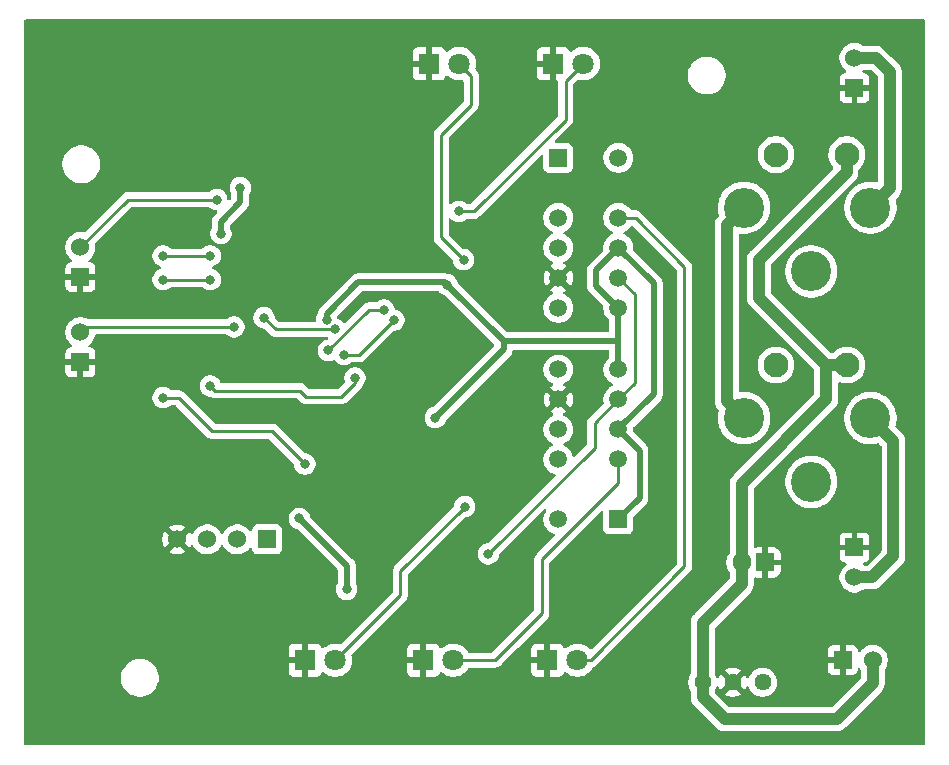
<source format=gbr>
%TF.GenerationSoftware,KiCad,Pcbnew,9.0.2*%
%TF.CreationDate,2025-06-17T10:19:04+02:00*%
%TF.ProjectId,AMS_IMD_Reset_v3,414d535f-494d-4445-9f52-657365745f76,rev?*%
%TF.SameCoordinates,Original*%
%TF.FileFunction,Copper,L2,Bot*%
%TF.FilePolarity,Positive*%
%FSLAX46Y46*%
G04 Gerber Fmt 4.6, Leading zero omitted, Abs format (unit mm)*
G04 Created by KiCad (PCBNEW 9.0.2) date 2025-06-17 10:19:04*
%MOMM*%
%LPD*%
G01*
G04 APERTURE LIST*
G04 Aperture macros list*
%AMRoundRect*
0 Rectangle with rounded corners*
0 $1 Rounding radius*
0 $2 $3 $4 $5 $6 $7 $8 $9 X,Y pos of 4 corners*
0 Add a 4 corners polygon primitive as box body*
4,1,4,$2,$3,$4,$5,$6,$7,$8,$9,$2,$3,0*
0 Add four circle primitives for the rounded corners*
1,1,$1+$1,$2,$3*
1,1,$1+$1,$4,$5*
1,1,$1+$1,$6,$7*
1,1,$1+$1,$8,$9*
0 Add four rect primitives between the rounded corners*
20,1,$1+$1,$2,$3,$4,$5,0*
20,1,$1+$1,$4,$5,$6,$7,0*
20,1,$1+$1,$6,$7,$8,$9,0*
20,1,$1+$1,$8,$9,$2,$3,0*%
G04 Aperture macros list end*
%TA.AperFunction,ComponentPad*%
%ADD10C,1.440000*%
%TD*%
%TA.AperFunction,ComponentPad*%
%ADD11RoundRect,0.250000X0.550000X0.550000X-0.550000X0.550000X-0.550000X-0.550000X0.550000X-0.550000X0*%
%TD*%
%TA.AperFunction,ComponentPad*%
%ADD12C,1.600000*%
%TD*%
%TA.AperFunction,ComponentPad*%
%ADD13R,1.530000X1.530000*%
%TD*%
%TA.AperFunction,ComponentPad*%
%ADD14C,1.530000*%
%TD*%
%TA.AperFunction,ComponentPad*%
%ADD15R,1.500000X1.500000*%
%TD*%
%TA.AperFunction,ComponentPad*%
%ADD16C,1.500000*%
%TD*%
%TA.AperFunction,ComponentPad*%
%ADD17R,1.800000X1.800000*%
%TD*%
%TA.AperFunction,ComponentPad*%
%ADD18C,1.800000*%
%TD*%
%TA.AperFunction,ComponentPad*%
%ADD19C,2.100000*%
%TD*%
%TA.AperFunction,ComponentPad*%
%ADD20C,3.400000*%
%TD*%
%TA.AperFunction,ViaPad*%
%ADD21C,0.800000*%
%TD*%
%TA.AperFunction,Conductor*%
%ADD22C,1.000000*%
%TD*%
%TA.AperFunction,Conductor*%
%ADD23C,0.250000*%
%TD*%
%TA.AperFunction,Conductor*%
%ADD24C,0.500000*%
%TD*%
G04 APERTURE END LIST*
D10*
%TO.P,U1,1,+VIN*%
%TO.N,+12V*%
X214146240Y-124865597D03*
%TO.P,U1,2,GND*%
%TO.N,GND*%
X216686240Y-124865597D03*
%TO.P,U1,3,+VOUT*%
%TO.N,+5V*%
X219226240Y-124865597D03*
%TD*%
D11*
%TO.P,C1,1*%
%TO.N,GND*%
X219454436Y-114729052D03*
D12*
%TO.P,C1,2*%
%TO.N,+12V*%
X217454436Y-114729052D03*
%TD*%
D13*
%TO.P,J4,1,1*%
%TO.N,GND*%
X161460000Y-97780000D03*
D14*
%TO.P,J4,2,2*%
%TO.N,/Raw_IMD_OK*%
X161460000Y-95240000D03*
%TD*%
D15*
%TO.P,K2,1,COIL1*%
%TO.N,+5V*%
X207000000Y-111080000D03*
D16*
%TO.P,K2,3,Reset_1*%
%TO.N,/SC_Closed_IMD*%
X207000000Y-106000000D03*
%TO.P,K2,4,COM_1*%
%TO.N,+5V*%
X207000000Y-103460000D03*
%TO.P,K2,5,Set_1*%
%TO.N,/Button_Input*%
X207000000Y-100920000D03*
%TO.P,K2,6,COIL2*%
%TO.N,+5V*%
X207000000Y-98380000D03*
%TO.P,K2,7,COIL2*%
%TO.N,Net-(K2-COIL2-Pad7)*%
X201920000Y-98380000D03*
%TO.P,K2,8,Set_2*%
%TO.N,GND*%
X201920000Y-100920000D03*
%TO.P,K2,9,COM_2*%
%TO.N,Net-(K2-COM_2)*%
X201920000Y-103460000D03*
%TO.P,K2,10,Reset_2*%
%TO.N,Net-(K2-Reset_2)*%
X201920000Y-106000000D03*
%TO.P,K2,12,COIL1*%
%TO.N,Net-(K2-COIL1-Pad12)*%
X201920000Y-111080000D03*
%TD*%
D13*
%TO.P,J3,1,1*%
%TO.N,GND*%
X227000000Y-74540000D03*
D14*
%TO.P,J3,2,2*%
%TO.N,/SC out*%
X227000000Y-72000000D03*
%TD*%
D17*
%TO.P,D5,1,K*%
%TO.N,GND*%
X201000000Y-123000000D03*
D18*
%TO.P,D5,2,A*%
%TO.N,/SC_Closed_AMS*%
X203540000Y-123000000D03*
%TD*%
D17*
%TO.P,D2,1,K*%
%TO.N,GND*%
X191000000Y-72500000D03*
D18*
%TO.P,D2,2,A*%
%TO.N,Net-(D2-A)*%
X193540000Y-72500000D03*
%TD*%
D15*
%TO.P,K4,1,COIL1*%
%TO.N,Net-(K4-COIL1-Pad1)*%
X201920000Y-80480000D03*
D16*
%TO.P,K4,3,Reset_1*%
%TO.N,Net-(K4-Reset_1)*%
X201920000Y-85560000D03*
%TO.P,K4,4,COM_1*%
%TO.N,Net-(K4-COM_1)*%
X201920000Y-88100000D03*
%TO.P,K4,5,Set_1*%
%TO.N,GND*%
X201920000Y-90640000D03*
%TO.P,K4,6,COIL2*%
%TO.N,Net-(K4-COIL2-Pad6)*%
X201920000Y-93180000D03*
%TO.P,K4,7,COIL2*%
%TO.N,+5V*%
X207000000Y-93180000D03*
%TO.P,K4,8,Set_2*%
%TO.N,/Button_Input*%
X207000000Y-90640000D03*
%TO.P,K4,9,COM_2*%
%TO.N,+5V*%
X207000000Y-88100000D03*
%TO.P,K4,10,Reset_2*%
%TO.N,/SC_Closed_AMS*%
X207000000Y-85560000D03*
%TO.P,K4,12,COIL1*%
%TO.N,+5V*%
X207000000Y-80480000D03*
%TD*%
D17*
%TO.P,D1,1,K*%
%TO.N,GND*%
X180500000Y-123000000D03*
D18*
%TO.P,D1,2,A*%
%TO.N,Net-(D1-A)*%
X183040000Y-123000000D03*
%TD*%
D13*
%TO.P,J5,1,1*%
%TO.N,GND*%
X161460000Y-90570000D03*
D14*
%TO.P,J5,2,2*%
%TO.N,/Raw_AMS_OK*%
X161460000Y-88030000D03*
%TD*%
D17*
%TO.P,D4,1,K*%
%TO.N,GND*%
X190500000Y-123000000D03*
D18*
%TO.P,D4,2,A*%
%TO.N,/SC_Closed_IMD*%
X193040000Y-123000000D03*
%TD*%
D13*
%TO.P,J1,1,1*%
%TO.N,GND*%
X226000000Y-123000000D03*
D14*
%TO.P,J1,2,2*%
%TO.N,+12V*%
X228540000Y-123000000D03*
%TD*%
D13*
%TO.P,J7,1,1*%
%TO.N,/Raw_Button_Output*%
X177270000Y-112780000D03*
D14*
%TO.P,J7,2,2*%
%TO.N,/Button_Input*%
X174730000Y-112780000D03*
%TO.P,J7,3,3*%
%TO.N,/Button_Input_SCS*%
X172190000Y-112780000D03*
%TO.P,J7,4,4*%
%TO.N,GND*%
X169650000Y-112780000D03*
%TD*%
D19*
%TO.P,K3,1*%
%TO.N,Net-(K3-Pad1)*%
X220349500Y-80191500D03*
D20*
%TO.P,K3,2*%
%TO.N,Net-(K1-Pad2)*%
X217649500Y-84691500D03*
%TO.P,K3,3*%
%TO.N,unconnected-(K3-Pad3)*%
X223349500Y-90091500D03*
%TO.P,K3,4*%
%TO.N,/SC out*%
X228349500Y-84691500D03*
D19*
%TO.P,K3,5*%
%TO.N,+12V*%
X226349500Y-80191500D03*
%TD*%
%TO.P,K1,1*%
%TO.N,Net-(K1-Pad1)*%
X220349500Y-98008500D03*
D20*
%TO.P,K1,2*%
%TO.N,Net-(K1-Pad2)*%
X217649500Y-102508500D03*
%TO.P,K1,3*%
%TO.N,unconnected-(K1-Pad3)*%
X223349500Y-107908500D03*
%TO.P,K1,4*%
%TO.N,/SC in*%
X228349500Y-102508500D03*
D19*
%TO.P,K1,5*%
%TO.N,+12V*%
X226349500Y-98008500D03*
%TD*%
D17*
%TO.P,D3,1,K*%
%TO.N,GND*%
X201500000Y-72500000D03*
D18*
%TO.P,D3,2,A*%
%TO.N,Net-(D3-A)*%
X204040000Y-72500000D03*
%TD*%
D13*
%TO.P,J2,1,1*%
%TO.N,GND*%
X227000000Y-113460000D03*
D14*
%TO.P,J2,2,2*%
%TO.N,/SC in*%
X227000000Y-116000000D03*
%TD*%
D21*
%TO.N,GND*%
X186000000Y-89000000D03*
X172974000Y-105918000D03*
X182300000Y-84555000D03*
X175000000Y-97000000D03*
X179000000Y-93000000D03*
%TO.N,+5V*%
X192510567Y-91215108D03*
X175000000Y-83000000D03*
X191505470Y-102472194D03*
X180000000Y-111000000D03*
X173352270Y-86886374D03*
X182300000Y-94200000D03*
X184000000Y-117000000D03*
%TO.N,/Raw_AMS_OK*%
X173000000Y-84000000D03*
%TO.N,Net-(D1-A)*%
X194000000Y-110000000D03*
%TO.N,/IMD_OK*%
X183000000Y-95000000D03*
X177000000Y-94000000D03*
%TO.N,/Raw_IMD_OK*%
X174460000Y-94780000D03*
%TO.N,/0.75V*%
X172460000Y-90780000D03*
X168460000Y-100780000D03*
X172460000Y-88780000D03*
X168460000Y-90780000D03*
X180460000Y-106399558D03*
X168460000Y-88780000D03*
%TO.N,/4.25V*%
X172460000Y-99780000D03*
X184700000Y-99100000D03*
%TO.N,/Button_Output_SCS_Compliance*%
X187160681Y-93339499D03*
X182460000Y-96780000D03*
%TO.N,/Button_Output*%
X183778590Y-97123895D03*
X188001157Y-94212370D03*
%TO.N,/Button_Input*%
X196000000Y-114000000D03*
%TO.N,Net-(D2-A)*%
X193900000Y-89100000D03*
%TO.N,Net-(D3-A)*%
X193500000Y-85000000D03*
%TD*%
D22*
%TO.N,+12V*%
X216000000Y-128000000D02*
X214146240Y-126146240D01*
D23*
X226324500Y-80216500D02*
X226349500Y-80191500D01*
D22*
X226349500Y-98008500D02*
X224608500Y-98008500D01*
X217454436Y-114729052D02*
X217454436Y-108045564D01*
X228540000Y-123000000D02*
X228540000Y-124960000D01*
X218900000Y-92300000D02*
X218900000Y-89100000D01*
X224608500Y-98008500D02*
X218900000Y-92300000D01*
X224608500Y-100891500D02*
X224608500Y-98008500D01*
X214146240Y-126146240D02*
X214146240Y-124865597D01*
X214146240Y-119853760D02*
X217454436Y-116545564D01*
X217454436Y-116545564D02*
X217454436Y-114729052D01*
X226324500Y-81675500D02*
X226324500Y-80216500D01*
X214146240Y-124865597D02*
X214146240Y-119853760D01*
X228540000Y-124960000D02*
X225500000Y-128000000D01*
X217454436Y-108045564D02*
X224608500Y-100891500D01*
X218900000Y-89100000D02*
X226324500Y-81675500D01*
X225500000Y-128000000D02*
X216000000Y-128000000D01*
D24*
%TO.N,+5V*%
X191505470Y-102472194D02*
X197295459Y-96682205D01*
X207000000Y-88100000D02*
X210000000Y-91100000D01*
X207000000Y-93180000D02*
X205100000Y-91280000D01*
X197295459Y-96000000D02*
X207000000Y-96000000D01*
X180000000Y-111000000D02*
X184000000Y-115000000D01*
X205100000Y-90000000D02*
X207000000Y-88100000D01*
X210000000Y-91100000D02*
X210000000Y-100460000D01*
X207000000Y-93180000D02*
X207000000Y-96000000D01*
X208800000Y-105260000D02*
X207000000Y-103460000D01*
X175000000Y-84225010D02*
X173352270Y-85872740D01*
X192510567Y-91215108D02*
X197295459Y-96000000D01*
X185000000Y-91000000D02*
X192295459Y-91000000D01*
X205100000Y-91280000D02*
X205100000Y-90000000D01*
X197295459Y-96682205D02*
X197295459Y-96000000D01*
X210000000Y-100460000D02*
X207000000Y-103460000D01*
D23*
X192295459Y-91000000D02*
X192510567Y-91215108D01*
D24*
X207000000Y-96000000D02*
X207000000Y-98380000D01*
X208800000Y-109280000D02*
X208800000Y-105260000D01*
X184000000Y-115000000D02*
X184000000Y-117000000D01*
X173352270Y-85872740D02*
X173352270Y-86886374D01*
X207000000Y-111080000D02*
X208800000Y-109280000D01*
X182300000Y-94200000D02*
X182300000Y-93700000D01*
X175000000Y-83000000D02*
X175000000Y-84225010D01*
X182300000Y-93700000D02*
X185000000Y-91000000D01*
D23*
%TO.N,/Raw_AMS_OK*%
X165490000Y-84000000D02*
X161460000Y-88030000D01*
X173000000Y-84000000D02*
X165490000Y-84000000D01*
%TO.N,Net-(D1-A)*%
X183040000Y-123000000D02*
X188540000Y-117500000D01*
X188540000Y-117500000D02*
X188540000Y-115460000D01*
X188540000Y-115460000D02*
X194000000Y-110000000D01*
%TO.N,/IMD_OK*%
X177000000Y-94000000D02*
X178000000Y-95000000D01*
X178000000Y-95000000D02*
X183000000Y-95000000D01*
%TO.N,/Raw_IMD_OK*%
X161460000Y-95240000D02*
X161920000Y-94780000D01*
X161920000Y-94780000D02*
X174460000Y-94780000D01*
%TO.N,/SC in*%
X228500000Y-102659000D02*
X228349500Y-102508500D01*
D22*
X230300000Y-104459000D02*
X228500000Y-102659000D01*
X228500000Y-116000000D02*
X230300000Y-114200000D01*
X230300000Y-114200000D02*
X230300000Y-104459000D01*
X227000000Y-116000000D02*
X228500000Y-116000000D01*
%TO.N,/SC out*%
X228800000Y-72000000D02*
X230000000Y-73200000D01*
X230000000Y-83041000D02*
X228349500Y-84691500D01*
X230000000Y-73200000D02*
X230000000Y-83041000D01*
X227000000Y-72000000D02*
X228800000Y-72000000D01*
D23*
%TO.N,/0.75V*%
X180460000Y-106399558D02*
X177660442Y-103600000D01*
X172600000Y-103600000D02*
X169780000Y-100780000D01*
X169780000Y-100780000D02*
X168460000Y-100780000D01*
X172460000Y-90780000D02*
X168460000Y-90780000D01*
X168460000Y-88780000D02*
X172460000Y-88780000D01*
X177660442Y-103600000D02*
X172600000Y-103600000D01*
%TO.N,/4.25V*%
X180079000Y-100179000D02*
X172859000Y-100179000D01*
X184700000Y-99100000D02*
X184700000Y-99540000D01*
X184700000Y-99540000D02*
X183540000Y-100700000D01*
X183540000Y-100700000D02*
X180600000Y-100700000D01*
X180600000Y-100700000D02*
X180079000Y-100179000D01*
X172859000Y-100179000D02*
X172460000Y-99780000D01*
%TO.N,/Button_Output_SCS_Compliance*%
X185900501Y-93339499D02*
X187160681Y-93339499D01*
X182460000Y-96780000D02*
X185900501Y-93339499D01*
%TO.N,/Button_Output*%
X185089632Y-97123895D02*
X183778590Y-97123895D01*
X188001157Y-94212370D02*
X185089632Y-97123895D01*
%TO.N,/Button_Input*%
X205000000Y-105000000D02*
X196000000Y-114000000D01*
X205000000Y-102920000D02*
X205000000Y-105000000D01*
X207000000Y-100920000D02*
X205000000Y-102920000D01*
X207000000Y-90640000D02*
X208400000Y-92040000D01*
X208400000Y-99520000D02*
X207000000Y-100920000D01*
X208400000Y-92040000D02*
X208400000Y-99520000D01*
%TO.N,/SC_Closed_IMD*%
X207000000Y-108000000D02*
X207000000Y-106000000D01*
X193040000Y-123000000D02*
X196540000Y-123000000D01*
X200540000Y-114460000D02*
X207000000Y-108000000D01*
X200540000Y-119000000D02*
X200540000Y-114460000D01*
X196540000Y-123000000D02*
X200540000Y-119000000D01*
%TO.N,/SC_Closed_AMS*%
X208460000Y-85560000D02*
X207000000Y-85560000D01*
X212600000Y-115055442D02*
X212600000Y-89700000D01*
X204655442Y-123000000D02*
X212600000Y-115055442D01*
X212600000Y-89700000D02*
X208460000Y-85560000D01*
X203540000Y-123000000D02*
X204655442Y-123000000D01*
%TO.N,Net-(D2-A)*%
X192000000Y-78500000D02*
X194540000Y-75960000D01*
X194540000Y-75960000D02*
X194540000Y-73500000D01*
X193900000Y-89100000D02*
X192000000Y-87200000D01*
X194540000Y-73500000D02*
X193540000Y-72500000D01*
X192000000Y-87200000D02*
X192000000Y-78500000D01*
D22*
%TO.N,Net-(K1-Pad2)*%
X216200000Y-101059000D02*
X217649500Y-102508500D01*
X216200000Y-86141000D02*
X216200000Y-101059000D01*
X217649500Y-84691500D02*
X216200000Y-86141000D01*
D23*
%TO.N,Net-(D3-A)*%
X194765000Y-85000000D02*
X193500000Y-85000000D01*
X202540000Y-74000000D02*
X202540000Y-77225000D01*
X204040000Y-72500000D02*
X202540000Y-74000000D01*
X202540000Y-77225000D02*
X194765000Y-85000000D01*
%TD*%
%TA.AperFunction,Conductor*%
%TO.N,GND*%
G36*
X232942539Y-68771385D02*
G01*
X232988294Y-68824189D01*
X232999500Y-68875700D01*
X232999500Y-130084300D01*
X232979815Y-130151339D01*
X232927011Y-130197094D01*
X232875500Y-130208300D01*
X156816300Y-130208300D01*
X156749261Y-130188615D01*
X156703506Y-130135811D01*
X156692300Y-130084300D01*
X156692300Y-124374038D01*
X164899500Y-124374038D01*
X164899500Y-124625961D01*
X164938910Y-124874785D01*
X165016760Y-125114383D01*
X165087981Y-125254161D01*
X165130280Y-125337177D01*
X165131132Y-125338848D01*
X165279201Y-125542649D01*
X165279205Y-125542654D01*
X165457345Y-125720794D01*
X165457350Y-125720798D01*
X165635117Y-125849952D01*
X165661155Y-125868870D01*
X165754246Y-125916302D01*
X165885616Y-125983239D01*
X165885618Y-125983239D01*
X165885621Y-125983241D01*
X166125215Y-126061090D01*
X166374038Y-126100500D01*
X166374039Y-126100500D01*
X166625961Y-126100500D01*
X166625962Y-126100500D01*
X166874785Y-126061090D01*
X167114379Y-125983241D01*
X167338845Y-125868870D01*
X167542656Y-125720793D01*
X167720793Y-125542656D01*
X167868870Y-125338845D01*
X167983241Y-125114379D01*
X168061090Y-124874785D01*
X168077859Y-124768912D01*
X212917740Y-124768912D01*
X212917740Y-124962281D01*
X212947990Y-125153272D01*
X213007742Y-125337174D01*
X213007743Y-125337177D01*
X213095532Y-125509472D01*
X213114057Y-125534968D01*
X213137538Y-125600774D01*
X213137740Y-125607855D01*
X213137740Y-126245573D01*
X213176494Y-126440400D01*
X213176496Y-126440408D01*
X213252517Y-126623941D01*
X213252522Y-126623950D01*
X213362886Y-126789120D01*
X213362889Y-126789124D01*
X215357115Y-128783351D01*
X215357123Y-128783357D01*
X215522286Y-128893715D01*
X215522289Y-128893716D01*
X215522297Y-128893722D01*
X215629809Y-128938254D01*
X215705831Y-128969744D01*
X215900666Y-129008499D01*
X215900670Y-129008500D01*
X215900671Y-129008500D01*
X225599330Y-129008500D01*
X225599331Y-129008499D01*
X225794169Y-128969744D01*
X225977704Y-128893721D01*
X226142881Y-128783353D01*
X226283353Y-128642881D01*
X229323353Y-125602881D01*
X229433721Y-125437704D01*
X229509744Y-125254169D01*
X229548500Y-125059329D01*
X229548500Y-124860671D01*
X229548500Y-123818816D01*
X229568185Y-123751777D01*
X229572183Y-123745930D01*
X229629192Y-123667464D01*
X229629191Y-123667464D01*
X229629195Y-123667460D01*
X229720199Y-123488854D01*
X229782142Y-123298212D01*
X229813500Y-123100227D01*
X229813500Y-122899773D01*
X229782142Y-122701788D01*
X229735554Y-122558403D01*
X229720200Y-122511148D01*
X229720198Y-122511145D01*
X229716900Y-122504671D01*
X229629195Y-122332540D01*
X229511371Y-122170370D01*
X229369630Y-122028629D01*
X229207460Y-121910805D01*
X229028854Y-121819801D01*
X229028851Y-121819799D01*
X228838213Y-121757858D01*
X228693893Y-121735000D01*
X228640227Y-121726500D01*
X228439773Y-121726500D01*
X228386107Y-121735000D01*
X228241786Y-121757858D01*
X228051148Y-121819799D01*
X228051145Y-121819801D01*
X227872539Y-121910805D01*
X227846493Y-121929729D01*
X227710370Y-122028629D01*
X227710368Y-122028631D01*
X227710367Y-122028631D01*
X227568631Y-122170367D01*
X227568631Y-122170368D01*
X227568629Y-122170370D01*
X227556434Y-122187155D01*
X227489318Y-122279532D01*
X227433988Y-122322197D01*
X227364374Y-122328176D01*
X227302579Y-122295570D01*
X227268222Y-122234731D01*
X227265000Y-122206646D01*
X227265000Y-122187172D01*
X227264999Y-122187155D01*
X227258598Y-122127627D01*
X227258596Y-122127620D01*
X227208354Y-121992913D01*
X227208350Y-121992906D01*
X227122190Y-121877812D01*
X227122187Y-121877809D01*
X227007093Y-121791649D01*
X227007086Y-121791645D01*
X226872379Y-121741403D01*
X226872372Y-121741401D01*
X226812844Y-121735000D01*
X226250000Y-121735000D01*
X226250000Y-122555439D01*
X226196853Y-122524755D01*
X226067143Y-122490000D01*
X225932857Y-122490000D01*
X225803147Y-122524755D01*
X225750000Y-122555439D01*
X225750000Y-121735000D01*
X225187155Y-121735000D01*
X225127627Y-121741401D01*
X225127620Y-121741403D01*
X224992913Y-121791645D01*
X224992906Y-121791649D01*
X224877812Y-121877809D01*
X224877809Y-121877812D01*
X224791649Y-121992906D01*
X224791645Y-121992913D01*
X224741403Y-122127620D01*
X224741401Y-122127627D01*
X224735000Y-122187155D01*
X224735000Y-122750000D01*
X225555440Y-122750000D01*
X225524755Y-122803147D01*
X225490000Y-122932857D01*
X225490000Y-123067143D01*
X225524755Y-123196853D01*
X225555440Y-123250000D01*
X224735000Y-123250000D01*
X224735000Y-123812844D01*
X224741401Y-123872372D01*
X224741403Y-123872379D01*
X224791645Y-124007086D01*
X224791649Y-124007093D01*
X224877809Y-124122187D01*
X224877812Y-124122190D01*
X224992906Y-124208350D01*
X224992913Y-124208354D01*
X225127620Y-124258596D01*
X225127627Y-124258598D01*
X225187155Y-124264999D01*
X225187172Y-124265000D01*
X225750000Y-124265000D01*
X225750000Y-123444560D01*
X225803147Y-123475245D01*
X225932857Y-123510000D01*
X226067143Y-123510000D01*
X226196853Y-123475245D01*
X226250000Y-123444560D01*
X226250000Y-124265000D01*
X226812828Y-124265000D01*
X226812844Y-124264999D01*
X226872372Y-124258598D01*
X226872379Y-124258596D01*
X227007086Y-124208354D01*
X227007093Y-124208350D01*
X227122187Y-124122190D01*
X227122190Y-124122187D01*
X227208350Y-124007093D01*
X227208354Y-124007086D01*
X227258596Y-123872379D01*
X227258598Y-123872372D01*
X227264999Y-123812844D01*
X227265000Y-123812827D01*
X227265000Y-123793354D01*
X227273881Y-123763107D01*
X227281026Y-123732381D01*
X227283653Y-123729827D01*
X227284685Y-123726315D01*
X227308504Y-123705675D01*
X227331131Y-123683685D01*
X227334722Y-123682957D01*
X227337489Y-123680560D01*
X227368699Y-123676072D01*
X227399609Y-123669809D01*
X227403021Y-123671137D01*
X227406647Y-123670616D01*
X227435340Y-123683719D01*
X227464718Y-123695157D01*
X227468176Y-123698715D01*
X227470203Y-123699641D01*
X227489317Y-123720467D01*
X227507817Y-123745929D01*
X227531298Y-123811735D01*
X227531500Y-123818816D01*
X227531500Y-124490904D01*
X227511815Y-124557943D01*
X227495181Y-124578585D01*
X225118585Y-126955181D01*
X225057262Y-126988666D01*
X225030904Y-126991500D01*
X216469097Y-126991500D01*
X216402058Y-126971815D01*
X216381416Y-126955181D01*
X215191059Y-125764824D01*
X215157574Y-125703501D01*
X215154740Y-125677143D01*
X215154740Y-125607855D01*
X215174425Y-125540816D01*
X215178423Y-125534968D01*
X215196947Y-125509472D01*
X215199218Y-125505016D01*
X215284736Y-125337177D01*
X215302778Y-125281650D01*
X215342215Y-125223974D01*
X215406573Y-125196775D01*
X215475420Y-125208689D01*
X215526896Y-125255933D01*
X215538640Y-125281648D01*
X215555623Y-125333918D01*
X215642801Y-125505012D01*
X215664038Y-125534243D01*
X216227771Y-124970511D01*
X216248269Y-125047010D01*
X216310146Y-125154184D01*
X216397653Y-125241691D01*
X216504827Y-125303568D01*
X216581325Y-125324065D01*
X216017591Y-125887797D01*
X216017592Y-125887798D01*
X216046817Y-125909031D01*
X216217918Y-125996213D01*
X216400555Y-126055556D01*
X216590225Y-126085597D01*
X216782255Y-126085597D01*
X216971924Y-126055556D01*
X217154561Y-125996213D01*
X217325659Y-125909033D01*
X217354886Y-125887798D01*
X217354886Y-125887797D01*
X216791155Y-125324065D01*
X216867653Y-125303568D01*
X216974827Y-125241691D01*
X217062334Y-125154184D01*
X217124211Y-125047010D01*
X217144708Y-124970511D01*
X217708440Y-125534243D01*
X217708441Y-125534243D01*
X217729676Y-125505016D01*
X217816857Y-125333915D01*
X217833839Y-125281650D01*
X217873276Y-125223974D01*
X217937634Y-125196775D01*
X218006480Y-125208689D01*
X218057957Y-125255933D01*
X218069701Y-125281648D01*
X218087744Y-125337177D01*
X218087743Y-125337177D01*
X218138963Y-125437701D01*
X218173262Y-125505016D01*
X218175534Y-125509474D01*
X218289186Y-125665904D01*
X218289190Y-125665909D01*
X218425927Y-125802646D01*
X218425932Y-125802650D01*
X218517073Y-125868867D01*
X218582366Y-125916305D01*
X218694996Y-125973692D01*
X218754659Y-126004093D01*
X218754662Y-126004094D01*
X218846613Y-126033970D01*
X218938566Y-126063847D01*
X219129555Y-126094097D01*
X219129556Y-126094097D01*
X219322924Y-126094097D01*
X219322925Y-126094097D01*
X219513914Y-126063847D01*
X219697820Y-126004093D01*
X219870114Y-125916305D01*
X220026554Y-125802645D01*
X220163288Y-125665911D01*
X220276948Y-125509471D01*
X220364736Y-125337177D01*
X220424490Y-125153271D01*
X220454740Y-124962282D01*
X220454740Y-124768912D01*
X220424490Y-124577923D01*
X220394613Y-124485970D01*
X220364737Y-124394019D01*
X220364736Y-124394016D01*
X220334335Y-124334353D01*
X220276948Y-124221723D01*
X220219094Y-124142093D01*
X220163293Y-124065289D01*
X220163289Y-124065284D01*
X220026552Y-123928547D01*
X220026547Y-123928543D01*
X219870117Y-123814891D01*
X219870116Y-123814890D01*
X219870114Y-123814889D01*
X219814915Y-123786763D01*
X219697820Y-123727100D01*
X219697817Y-123727099D01*
X219513915Y-123667347D01*
X219376591Y-123645597D01*
X219322925Y-123637097D01*
X219129555Y-123637097D01*
X219075889Y-123645597D01*
X218938564Y-123667347D01*
X218754662Y-123727099D01*
X218754659Y-123727100D01*
X218582362Y-123814891D01*
X218425932Y-123928543D01*
X218425927Y-123928547D01*
X218289190Y-124065284D01*
X218289186Y-124065289D01*
X218175534Y-124221719D01*
X218087744Y-124394014D01*
X218069701Y-124449546D01*
X218030262Y-124507221D01*
X217965903Y-124534418D01*
X217897057Y-124522503D01*
X217845582Y-124475258D01*
X217833839Y-124449544D01*
X217816856Y-124397277D01*
X217729674Y-124226174D01*
X217708441Y-124196949D01*
X217708440Y-124196948D01*
X217144708Y-124760681D01*
X217124211Y-124684184D01*
X217062334Y-124577010D01*
X216974827Y-124489503D01*
X216867653Y-124427626D01*
X216791154Y-124407128D01*
X217354886Y-123843395D01*
X217325655Y-123822158D01*
X217154561Y-123734980D01*
X216971924Y-123675637D01*
X216782255Y-123645597D01*
X216590225Y-123645597D01*
X216400555Y-123675637D01*
X216217918Y-123734980D01*
X216046818Y-123822161D01*
X216017592Y-123843395D01*
X216017591Y-123843395D01*
X216581325Y-124407128D01*
X216504827Y-124427626D01*
X216397653Y-124489503D01*
X216310146Y-124577010D01*
X216248269Y-124684184D01*
X216227771Y-124760681D01*
X215664038Y-124196948D01*
X215664038Y-124196949D01*
X215642804Y-124226175D01*
X215555623Y-124397276D01*
X215538640Y-124449545D01*
X215499201Y-124507220D01*
X215434843Y-124534418D01*
X215365996Y-124522503D01*
X215314521Y-124475258D01*
X215302778Y-124449544D01*
X215284737Y-124394019D01*
X215284736Y-124394016D01*
X215239536Y-124305306D01*
X215196948Y-124221723D01*
X215178420Y-124196221D01*
X215171268Y-124176175D01*
X215159763Y-124158273D01*
X215156308Y-124134243D01*
X215154942Y-124130415D01*
X215154740Y-124123338D01*
X215154740Y-120322856D01*
X215174425Y-120255817D01*
X215191059Y-120235175D01*
X218237787Y-117188448D01*
X218237787Y-117188447D01*
X218237790Y-117188445D01*
X218348158Y-117023267D01*
X218394859Y-116910521D01*
X218424180Y-116839733D01*
X218426190Y-116829632D01*
X218462935Y-116644897D01*
X218462936Y-116644894D01*
X218462936Y-116094577D01*
X218482621Y-116027538D01*
X218535425Y-115981783D01*
X218604583Y-115971839D01*
X218625940Y-115976871D01*
X218751738Y-116018557D01*
X218751745Y-116018558D01*
X218854455Y-116029051D01*
X219204435Y-116029051D01*
X219204436Y-116029050D01*
X219204436Y-115044738D01*
X219208830Y-115049132D01*
X219300042Y-115101793D01*
X219401775Y-115129052D01*
X219507097Y-115129052D01*
X219608830Y-115101793D01*
X219700042Y-115049132D01*
X219704436Y-115044738D01*
X219704436Y-116029051D01*
X220054408Y-116029051D01*
X220054422Y-116029050D01*
X220157133Y-116018557D01*
X220323555Y-115963410D01*
X220323560Y-115963408D01*
X220426728Y-115899773D01*
X225726500Y-115899773D01*
X225726500Y-116100226D01*
X225757858Y-116298213D01*
X225819799Y-116488851D01*
X225819801Y-116488854D01*
X225910805Y-116667460D01*
X226028629Y-116829630D01*
X226170370Y-116971371D01*
X226332540Y-117089195D01*
X226511146Y-117180199D01*
X226511148Y-117180200D01*
X226606467Y-117211170D01*
X226701788Y-117242142D01*
X226899773Y-117273500D01*
X226899774Y-117273500D01*
X227100226Y-117273500D01*
X227100227Y-117273500D01*
X227298212Y-117242142D01*
X227488854Y-117180199D01*
X227667460Y-117089195D01*
X227745932Y-117032181D01*
X227811738Y-117008702D01*
X227818817Y-117008500D01*
X228599330Y-117008500D01*
X228599331Y-117008499D01*
X228794169Y-116969744D01*
X228977704Y-116893721D01*
X229142881Y-116783353D01*
X229283353Y-116642881D01*
X231083353Y-114842881D01*
X231193721Y-114677704D01*
X231269744Y-114494169D01*
X231270161Y-114492071D01*
X231270162Y-114492065D01*
X231270164Y-114492065D01*
X231270164Y-114492055D01*
X231308500Y-114299329D01*
X231308500Y-104359671D01*
X231269744Y-104164831D01*
X231210943Y-104022874D01*
X231193722Y-103981298D01*
X231193717Y-103981289D01*
X231083354Y-103816120D01*
X231021934Y-103754700D01*
X230942881Y-103675647D01*
X230504754Y-103237520D01*
X230471269Y-103176197D01*
X230472660Y-103117745D01*
X230475290Y-103107931D01*
X230520212Y-102940282D01*
X230558000Y-102653253D01*
X230558000Y-102363747D01*
X230520212Y-102076718D01*
X230445283Y-101797078D01*
X230432623Y-101766515D01*
X230356295Y-101582242D01*
X230334494Y-101529609D01*
X230334492Y-101529606D01*
X230334490Y-101529601D01*
X230189745Y-101278897D01*
X230189741Y-101278890D01*
X230013501Y-101049210D01*
X230013496Y-101049204D01*
X229808795Y-100844503D01*
X229808788Y-100844497D01*
X229579118Y-100668265D01*
X229579116Y-100668263D01*
X229579110Y-100668259D01*
X229579105Y-100668256D01*
X229579102Y-100668254D01*
X229328398Y-100523509D01*
X229328387Y-100523504D01*
X229060931Y-100412720D01*
X229060924Y-100412718D01*
X229060922Y-100412717D01*
X228781282Y-100337788D01*
X228781276Y-100337787D01*
X228781271Y-100337786D01*
X228494263Y-100300001D01*
X228494258Y-100300000D01*
X228494253Y-100300000D01*
X228204747Y-100300000D01*
X228204741Y-100300000D01*
X228204736Y-100300001D01*
X227917728Y-100337786D01*
X227917721Y-100337787D01*
X227917718Y-100337788D01*
X227638078Y-100412717D01*
X227638068Y-100412720D01*
X227370612Y-100523504D01*
X227370601Y-100523509D01*
X227119897Y-100668254D01*
X227119881Y-100668265D01*
X226890211Y-100844497D01*
X226890204Y-100844503D01*
X226685503Y-101049204D01*
X226685497Y-101049211D01*
X226509265Y-101278881D01*
X226509254Y-101278897D01*
X226364509Y-101529601D01*
X226364504Y-101529612D01*
X226253720Y-101797068D01*
X226253717Y-101797078D01*
X226178789Y-102076715D01*
X226178786Y-102076728D01*
X226141001Y-102363736D01*
X226141000Y-102363753D01*
X226141000Y-102653246D01*
X226141001Y-102653263D01*
X226178786Y-102940271D01*
X226178787Y-102940276D01*
X226178788Y-102940282D01*
X226226339Y-103117745D01*
X226253717Y-103219921D01*
X226253720Y-103219931D01*
X226364504Y-103487387D01*
X226364509Y-103487398D01*
X226509254Y-103738102D01*
X226509265Y-103738118D01*
X226685497Y-103967788D01*
X226685503Y-103967795D01*
X226890204Y-104172496D01*
X226890211Y-104172502D01*
X226969704Y-104233499D01*
X227119890Y-104348741D01*
X227119897Y-104348745D01*
X227370601Y-104493490D01*
X227370606Y-104493492D01*
X227370609Y-104493494D01*
X227638078Y-104604283D01*
X227917718Y-104679212D01*
X228204747Y-104717000D01*
X228204754Y-104717000D01*
X228494246Y-104717000D01*
X228494253Y-104717000D01*
X228781282Y-104679212D01*
X228958746Y-104631660D01*
X228970746Y-104631945D01*
X228981993Y-104627751D01*
X229005027Y-104632761D01*
X229028595Y-104633323D01*
X229040242Y-104640422D01*
X229050266Y-104642603D01*
X229078520Y-104663754D01*
X229255181Y-104840415D01*
X229288666Y-104901738D01*
X229291500Y-104928096D01*
X229291500Y-113730904D01*
X229271815Y-113797943D01*
X229255181Y-113818585D01*
X228118585Y-114955181D01*
X228057262Y-114988666D01*
X228030904Y-114991500D01*
X227818817Y-114991500D01*
X227798397Y-114985504D01*
X227777147Y-114984289D01*
X227755676Y-114972959D01*
X227751778Y-114971815D01*
X227745932Y-114967818D01*
X227720469Y-114949318D01*
X227677803Y-114893988D01*
X227671824Y-114824375D01*
X227704430Y-114762580D01*
X227765269Y-114728222D01*
X227793354Y-114725000D01*
X227812828Y-114725000D01*
X227812844Y-114724999D01*
X227872372Y-114718598D01*
X227872379Y-114718596D01*
X228007086Y-114668354D01*
X228007093Y-114668350D01*
X228122187Y-114582190D01*
X228122190Y-114582187D01*
X228208350Y-114467093D01*
X228208354Y-114467086D01*
X228258596Y-114332379D01*
X228258598Y-114332372D01*
X228264999Y-114272844D01*
X228265000Y-114272827D01*
X228265000Y-113710000D01*
X227444560Y-113710000D01*
X227475245Y-113656853D01*
X227510000Y-113527143D01*
X227510000Y-113392857D01*
X227475245Y-113263147D01*
X227444560Y-113210000D01*
X228265000Y-113210000D01*
X228265000Y-112647172D01*
X228264999Y-112647155D01*
X228258598Y-112587627D01*
X228258596Y-112587620D01*
X228208354Y-112452913D01*
X228208350Y-112452906D01*
X228122190Y-112337812D01*
X228122187Y-112337809D01*
X228007093Y-112251649D01*
X228007086Y-112251645D01*
X227872379Y-112201403D01*
X227872372Y-112201401D01*
X227812844Y-112195000D01*
X227250000Y-112195000D01*
X227250000Y-113015439D01*
X227196853Y-112984755D01*
X227067143Y-112950000D01*
X226932857Y-112950000D01*
X226803147Y-112984755D01*
X226750000Y-113015439D01*
X226750000Y-112195000D01*
X226187155Y-112195000D01*
X226127627Y-112201401D01*
X226127620Y-112201403D01*
X225992913Y-112251645D01*
X225992906Y-112251649D01*
X225877812Y-112337809D01*
X225877809Y-112337812D01*
X225791649Y-112452906D01*
X225791645Y-112452913D01*
X225741403Y-112587620D01*
X225741401Y-112587627D01*
X225735000Y-112647155D01*
X225735000Y-113210000D01*
X226555440Y-113210000D01*
X226524755Y-113263147D01*
X226490000Y-113392857D01*
X226490000Y-113527143D01*
X226524755Y-113656853D01*
X226555440Y-113710000D01*
X225735000Y-113710000D01*
X225735000Y-114272844D01*
X225741401Y-114332372D01*
X225741403Y-114332379D01*
X225791645Y-114467086D01*
X225791649Y-114467093D01*
X225877809Y-114582187D01*
X225877812Y-114582190D01*
X225992906Y-114668350D01*
X225992913Y-114668354D01*
X226127620Y-114718596D01*
X226127627Y-114718598D01*
X226187155Y-114724999D01*
X226187172Y-114725000D01*
X226206646Y-114725000D01*
X226273685Y-114744685D01*
X226319440Y-114797489D01*
X226329384Y-114866647D01*
X226300359Y-114930203D01*
X226279533Y-114949316D01*
X226170370Y-115028629D01*
X226170368Y-115028631D01*
X226170367Y-115028631D01*
X226028631Y-115170367D01*
X226028631Y-115170368D01*
X226028629Y-115170370D01*
X225991665Y-115221246D01*
X225910805Y-115332539D01*
X225819801Y-115511145D01*
X225819799Y-115511148D01*
X225757858Y-115701786D01*
X225726500Y-115899773D01*
X220426728Y-115899773D01*
X220472781Y-115871367D01*
X220536929Y-115807220D01*
X220596751Y-115747397D01*
X220688792Y-115598176D01*
X220688794Y-115598171D01*
X220743941Y-115431749D01*
X220743942Y-115431742D01*
X220754435Y-115329038D01*
X220754436Y-115329025D01*
X220754436Y-114979052D01*
X219770122Y-114979052D01*
X219774516Y-114974658D01*
X219827177Y-114883446D01*
X219854436Y-114781713D01*
X219854436Y-114676391D01*
X219827177Y-114574658D01*
X219774516Y-114483446D01*
X219770122Y-114479052D01*
X220754435Y-114479052D01*
X220754435Y-114129080D01*
X220754434Y-114129065D01*
X220743941Y-114026354D01*
X220688794Y-113859932D01*
X220688792Y-113859927D01*
X220596751Y-113710706D01*
X220472781Y-113586736D01*
X220323560Y-113494695D01*
X220323555Y-113494693D01*
X220157133Y-113439546D01*
X220157126Y-113439545D01*
X220054422Y-113429052D01*
X219704436Y-113429052D01*
X219704436Y-114413366D01*
X219700042Y-114408972D01*
X219608830Y-114356311D01*
X219507097Y-114329052D01*
X219401775Y-114329052D01*
X219300042Y-114356311D01*
X219208830Y-114408972D01*
X219204436Y-114413366D01*
X219204436Y-113429052D01*
X218854464Y-113429052D01*
X218854448Y-113429053D01*
X218751738Y-113439546D01*
X218625940Y-113481232D01*
X218556112Y-113483634D01*
X218496070Y-113447902D01*
X218464877Y-113385382D01*
X218462936Y-113363526D01*
X218462936Y-108514660D01*
X218482621Y-108447621D01*
X218499255Y-108426979D01*
X219162481Y-107763753D01*
X221141000Y-107763753D01*
X221141000Y-108053246D01*
X221141001Y-108053263D01*
X221178786Y-108340271D01*
X221178787Y-108340276D01*
X221178788Y-108340282D01*
X221253717Y-108619921D01*
X221253720Y-108619931D01*
X221364504Y-108887387D01*
X221364509Y-108887398D01*
X221509254Y-109138102D01*
X221509265Y-109138118D01*
X221685497Y-109367788D01*
X221685503Y-109367795D01*
X221890204Y-109572496D01*
X221890211Y-109572502D01*
X221947286Y-109616297D01*
X222119890Y-109748741D01*
X222119897Y-109748745D01*
X222370601Y-109893490D01*
X222370606Y-109893492D01*
X222370609Y-109893494D01*
X222411704Y-109910516D01*
X222636508Y-110003633D01*
X222638078Y-110004283D01*
X222917718Y-110079212D01*
X223204747Y-110117000D01*
X223204754Y-110117000D01*
X223494246Y-110117000D01*
X223494253Y-110117000D01*
X223781282Y-110079212D01*
X224060922Y-110004283D01*
X224328391Y-109893494D01*
X224579110Y-109748741D01*
X224808790Y-109572501D01*
X225013501Y-109367790D01*
X225189741Y-109138110D01*
X225334494Y-108887391D01*
X225445283Y-108619922D01*
X225520212Y-108340282D01*
X225558000Y-108053253D01*
X225558000Y-107763747D01*
X225520212Y-107476718D01*
X225445283Y-107197078D01*
X225334494Y-106929609D01*
X225334492Y-106929606D01*
X225334490Y-106929601D01*
X225189745Y-106678897D01*
X225189741Y-106678890D01*
X225139006Y-106612771D01*
X225013502Y-106449211D01*
X225013496Y-106449204D01*
X224808795Y-106244503D01*
X224808788Y-106244497D01*
X224579118Y-106068265D01*
X224579116Y-106068263D01*
X224579110Y-106068259D01*
X224579105Y-106068256D01*
X224579102Y-106068254D01*
X224328398Y-105923509D01*
X224328387Y-105923504D01*
X224060931Y-105812720D01*
X224060924Y-105812718D01*
X224060922Y-105812717D01*
X223781282Y-105737788D01*
X223781276Y-105737787D01*
X223781271Y-105737786D01*
X223494263Y-105700001D01*
X223494258Y-105700000D01*
X223494253Y-105700000D01*
X223204747Y-105700000D01*
X223204741Y-105700000D01*
X223204736Y-105700001D01*
X222917728Y-105737786D01*
X222917721Y-105737787D01*
X222917718Y-105737788D01*
X222638078Y-105812717D01*
X222638068Y-105812720D01*
X222370612Y-105923504D01*
X222370601Y-105923509D01*
X222119897Y-106068254D01*
X222119881Y-106068265D01*
X221890211Y-106244497D01*
X221890204Y-106244503D01*
X221685503Y-106449204D01*
X221685497Y-106449211D01*
X221509265Y-106678881D01*
X221509254Y-106678897D01*
X221364509Y-106929601D01*
X221364504Y-106929612D01*
X221253720Y-107197068D01*
X221253717Y-107197078D01*
X221190712Y-107432219D01*
X221178789Y-107476715D01*
X221178786Y-107476728D01*
X221141001Y-107763736D01*
X221141000Y-107763753D01*
X219162481Y-107763753D01*
X225391850Y-101534384D01*
X225391853Y-101534381D01*
X225502221Y-101369204D01*
X225578244Y-101185669D01*
X225592490Y-101114050D01*
X225617000Y-100990829D01*
X225617000Y-99579870D01*
X225636685Y-99512831D01*
X225689489Y-99467076D01*
X225758647Y-99457132D01*
X225779309Y-99461936D01*
X225984550Y-99528624D01*
X226226843Y-99567000D01*
X226226844Y-99567000D01*
X226472156Y-99567000D01*
X226472157Y-99567000D01*
X226714450Y-99528624D01*
X226947756Y-99452818D01*
X227166332Y-99341449D01*
X227364794Y-99197257D01*
X227538257Y-99023794D01*
X227682449Y-98825332D01*
X227793818Y-98606756D01*
X227869624Y-98373450D01*
X227908000Y-98131157D01*
X227908000Y-97885843D01*
X227869624Y-97643550D01*
X227793818Y-97410244D01*
X227682449Y-97191668D01*
X227538257Y-96993206D01*
X227364794Y-96819743D01*
X227166332Y-96675551D01*
X226947756Y-96564182D01*
X226714450Y-96488376D01*
X226714448Y-96488375D01*
X226714446Y-96488375D01*
X226497885Y-96454075D01*
X226472157Y-96450000D01*
X226226843Y-96450000D01*
X226201115Y-96454075D01*
X225984553Y-96488375D01*
X225751241Y-96564183D01*
X225532667Y-96675551D01*
X225334207Y-96819742D01*
X225190267Y-96963682D01*
X225163333Y-96978388D01*
X225137521Y-96994977D01*
X225131320Y-96995868D01*
X225128944Y-96997166D01*
X225102586Y-97000000D01*
X225077596Y-97000000D01*
X225010557Y-96980315D01*
X224989915Y-96963681D01*
X219944819Y-91918585D01*
X219911334Y-91857262D01*
X219908500Y-91830904D01*
X219908500Y-89946753D01*
X221141000Y-89946753D01*
X221141000Y-90236246D01*
X221141001Y-90236263D01*
X221178786Y-90523271D01*
X221178787Y-90523276D01*
X221178788Y-90523282D01*
X221248852Y-90784765D01*
X221253717Y-90802921D01*
X221253720Y-90802931D01*
X221364504Y-91070387D01*
X221364509Y-91070398D01*
X221509254Y-91321102D01*
X221509265Y-91321118D01*
X221685497Y-91550788D01*
X221685503Y-91550795D01*
X221890204Y-91755496D01*
X221890211Y-91755502D01*
X222026127Y-91859794D01*
X222119890Y-91931741D01*
X222119897Y-91931745D01*
X222370601Y-92076490D01*
X222370606Y-92076492D01*
X222370609Y-92076494D01*
X222638078Y-92187283D01*
X222917718Y-92262212D01*
X223204747Y-92300000D01*
X223204754Y-92300000D01*
X223494246Y-92300000D01*
X223494253Y-92300000D01*
X223781282Y-92262212D01*
X224060922Y-92187283D01*
X224328391Y-92076494D01*
X224579110Y-91931741D01*
X224808790Y-91755501D01*
X225013501Y-91550790D01*
X225189741Y-91321110D01*
X225334494Y-91070391D01*
X225445283Y-90802922D01*
X225520212Y-90523282D01*
X225558000Y-90236253D01*
X225558000Y-89946747D01*
X225520212Y-89659718D01*
X225445283Y-89380078D01*
X225440884Y-89369459D01*
X225366335Y-89189480D01*
X225334494Y-89112609D01*
X225334492Y-89112606D01*
X225334490Y-89112601D01*
X225194123Y-88869480D01*
X225189741Y-88861890D01*
X225013501Y-88632210D01*
X225013496Y-88632204D01*
X224808795Y-88427503D01*
X224808788Y-88427497D01*
X224579118Y-88251265D01*
X224579116Y-88251263D01*
X224579110Y-88251259D01*
X224579105Y-88251256D01*
X224579102Y-88251254D01*
X224328398Y-88106509D01*
X224328387Y-88106504D01*
X224060931Y-87995720D01*
X224060924Y-87995718D01*
X224060922Y-87995717D01*
X223781282Y-87920788D01*
X223781276Y-87920787D01*
X223781271Y-87920786D01*
X223494263Y-87883001D01*
X223494258Y-87883000D01*
X223494253Y-87883000D01*
X223204747Y-87883000D01*
X223204741Y-87883000D01*
X223204736Y-87883001D01*
X222917728Y-87920786D01*
X222917721Y-87920787D01*
X222917718Y-87920788D01*
X222715776Y-87974898D01*
X222638078Y-87995717D01*
X222638068Y-87995720D01*
X222370612Y-88106504D01*
X222370601Y-88106509D01*
X222119897Y-88251254D01*
X222119881Y-88251265D01*
X221890211Y-88427497D01*
X221890204Y-88427503D01*
X221685503Y-88632204D01*
X221685497Y-88632211D01*
X221509265Y-88861881D01*
X221509254Y-88861897D01*
X221364509Y-89112601D01*
X221364504Y-89112612D01*
X221253720Y-89380068D01*
X221253717Y-89380078D01*
X221195776Y-89596320D01*
X221178789Y-89659715D01*
X221178786Y-89659728D01*
X221141001Y-89946736D01*
X221141000Y-89946753D01*
X219908500Y-89946753D01*
X219908500Y-89569096D01*
X219928185Y-89502057D01*
X219944819Y-89481415D01*
X223517735Y-85908500D01*
X227107854Y-82318381D01*
X227218222Y-82153203D01*
X227294244Y-81969668D01*
X227333000Y-81774828D01*
X227333000Y-81576171D01*
X227333000Y-81463413D01*
X227352685Y-81396374D01*
X227369319Y-81375732D01*
X227445193Y-81299858D01*
X227538257Y-81206794D01*
X227682449Y-81008332D01*
X227793818Y-80789756D01*
X227869624Y-80556450D01*
X227908000Y-80314157D01*
X227908000Y-80068843D01*
X227869624Y-79826550D01*
X227793818Y-79593244D01*
X227682449Y-79374668D01*
X227538257Y-79176206D01*
X227364794Y-79002743D01*
X227166332Y-78858551D01*
X226947756Y-78747182D01*
X226714450Y-78671376D01*
X226714448Y-78671375D01*
X226714446Y-78671375D01*
X226545274Y-78644580D01*
X226472157Y-78633000D01*
X226226843Y-78633000D01*
X226170675Y-78641896D01*
X225984553Y-78671375D01*
X225751241Y-78747183D01*
X225532667Y-78858551D01*
X225419437Y-78940818D01*
X225334206Y-79002743D01*
X225334204Y-79002745D01*
X225334203Y-79002745D01*
X225160745Y-79176203D01*
X225160745Y-79176204D01*
X225160743Y-79176206D01*
X225142137Y-79201815D01*
X225016551Y-79374667D01*
X224905183Y-79593241D01*
X224829375Y-79826553D01*
X224808660Y-79957344D01*
X224791000Y-80068843D01*
X224791000Y-80314157D01*
X224829376Y-80556450D01*
X224905182Y-80789756D01*
X225016551Y-81008332D01*
X225160743Y-81206794D01*
X225160745Y-81206796D01*
X225176176Y-81222227D01*
X225209661Y-81283550D01*
X225204677Y-81353242D01*
X225176176Y-81397589D01*
X221709897Y-84863869D01*
X218257119Y-88316647D01*
X218186882Y-88386884D01*
X218116645Y-88457120D01*
X218006282Y-88622289D01*
X218006277Y-88622298D01*
X217930256Y-88805830D01*
X217930254Y-88805838D01*
X217891500Y-89000666D01*
X217891500Y-92399333D01*
X217930254Y-92594161D01*
X217930256Y-92594169D01*
X217972637Y-92696485D01*
X218006277Y-92777701D01*
X218006282Y-92777710D01*
X218116646Y-92942880D01*
X218116649Y-92942884D01*
X223563681Y-98389915D01*
X223597166Y-98451238D01*
X223600000Y-98477596D01*
X223600000Y-100422404D01*
X223580315Y-100489443D01*
X223563681Y-100510085D01*
X216811555Y-107262211D01*
X216765709Y-107308057D01*
X216671081Y-107402684D01*
X216560718Y-107567853D01*
X216560713Y-107567862D01*
X216484692Y-107751394D01*
X216484690Y-107751402D01*
X216445936Y-107946230D01*
X216445936Y-113850690D01*
X216426251Y-113917729D01*
X216422254Y-113923575D01*
X216335309Y-114043245D01*
X216241803Y-114226757D01*
X216178155Y-114422643D01*
X216145936Y-114626071D01*
X216145936Y-114832032D01*
X216178155Y-115035460D01*
X216241803Y-115231346D01*
X216305075Y-115355522D01*
X216335307Y-115414855D01*
X216422255Y-115534528D01*
X216445734Y-115600332D01*
X216445936Y-115607412D01*
X216445936Y-116076467D01*
X216426251Y-116143506D01*
X216409616Y-116164148D01*
X213503359Y-119070407D01*
X213433122Y-119140644D01*
X213362885Y-119210880D01*
X213252522Y-119376049D01*
X213252517Y-119376058D01*
X213176496Y-119559590D01*
X213176494Y-119559598D01*
X213137740Y-119754426D01*
X213137740Y-124123338D01*
X213118055Y-124190377D01*
X213114060Y-124196221D01*
X213095531Y-124221724D01*
X213007743Y-124394016D01*
X213007742Y-124394019D01*
X212947990Y-124577921D01*
X212917740Y-124768912D01*
X168077859Y-124768912D01*
X168100500Y-124625962D01*
X168100500Y-124374038D01*
X168061090Y-124125215D01*
X167983241Y-123885621D01*
X167983239Y-123885618D01*
X167983239Y-123885616D01*
X167908133Y-123738213D01*
X167868870Y-123661155D01*
X167831089Y-123609154D01*
X167720798Y-123457350D01*
X167720794Y-123457345D01*
X167542654Y-123279205D01*
X167542649Y-123279201D01*
X167338848Y-123131132D01*
X167338847Y-123131131D01*
X167338845Y-123131130D01*
X167268747Y-123095413D01*
X167114383Y-123016760D01*
X166874785Y-122938910D01*
X166836568Y-122932857D01*
X166625962Y-122899500D01*
X166374038Y-122899500D01*
X166249626Y-122919205D01*
X166125214Y-122938910D01*
X165885616Y-123016760D01*
X165661151Y-123131132D01*
X165457350Y-123279201D01*
X165457345Y-123279205D01*
X165279205Y-123457345D01*
X165279201Y-123457350D01*
X165131132Y-123661151D01*
X165016760Y-123885616D01*
X164938910Y-124125214D01*
X164899500Y-124374038D01*
X156692300Y-124374038D01*
X156692300Y-122052155D01*
X179100000Y-122052155D01*
X179100000Y-122750000D01*
X180124722Y-122750000D01*
X180080667Y-122826306D01*
X180050000Y-122940756D01*
X180050000Y-123059244D01*
X180080667Y-123173694D01*
X180124722Y-123250000D01*
X179100000Y-123250000D01*
X179100000Y-123947844D01*
X179106401Y-124007372D01*
X179106403Y-124007379D01*
X179156645Y-124142086D01*
X179156649Y-124142093D01*
X179242809Y-124257187D01*
X179242812Y-124257190D01*
X179357906Y-124343350D01*
X179357913Y-124343354D01*
X179492620Y-124393596D01*
X179492627Y-124393598D01*
X179552155Y-124399999D01*
X179552172Y-124400000D01*
X180250000Y-124400000D01*
X180250000Y-123375277D01*
X180326306Y-123419333D01*
X180440756Y-123450000D01*
X180559244Y-123450000D01*
X180673694Y-123419333D01*
X180750000Y-123375277D01*
X180750000Y-124400000D01*
X181447828Y-124400000D01*
X181447844Y-124399999D01*
X181507372Y-124393598D01*
X181507379Y-124393596D01*
X181642086Y-124343354D01*
X181642093Y-124343350D01*
X181757187Y-124257190D01*
X181757190Y-124257187D01*
X181843350Y-124142093D01*
X181843354Y-124142086D01*
X181870140Y-124070270D01*
X181912011Y-124014336D01*
X181977475Y-123989919D01*
X182045748Y-124004770D01*
X182074003Y-124025922D01*
X182122424Y-124074343D01*
X182301785Y-124204657D01*
X182344015Y-124226174D01*
X182499319Y-124305306D01*
X182499321Y-124305306D01*
X182499324Y-124305308D01*
X182710176Y-124373818D01*
X182929149Y-124408500D01*
X182929150Y-124408500D01*
X183150850Y-124408500D01*
X183150851Y-124408500D01*
X183369824Y-124373818D01*
X183580676Y-124305308D01*
X183778215Y-124204657D01*
X183957576Y-124074343D01*
X184114343Y-123917576D01*
X184244657Y-123738215D01*
X184345308Y-123540676D01*
X184413818Y-123329824D01*
X184448500Y-123110851D01*
X184448500Y-122889149D01*
X184413818Y-122670176D01*
X184400980Y-122630668D01*
X184398986Y-122560830D01*
X184431229Y-122504673D01*
X189032072Y-117903833D01*
X189101401Y-117800075D01*
X189149155Y-117684784D01*
X189149854Y-117681273D01*
X189173500Y-117562394D01*
X189173500Y-115773766D01*
X189193185Y-115706727D01*
X189209819Y-115686085D01*
X193951085Y-110944819D01*
X194012408Y-110911334D01*
X194038766Y-110908500D01*
X194089480Y-110908500D01*
X194089481Y-110908499D01*
X194265000Y-110873587D01*
X194430336Y-110805102D01*
X194579135Y-110705678D01*
X194705678Y-110579135D01*
X194805102Y-110430336D01*
X194873587Y-110265000D01*
X194908500Y-110089479D01*
X194908500Y-109910521D01*
X194873587Y-109735000D01*
X194805102Y-109569664D01*
X194805100Y-109569661D01*
X194805098Y-109569657D01*
X194705678Y-109420865D01*
X194705675Y-109420861D01*
X194579138Y-109294324D01*
X194579134Y-109294321D01*
X194430342Y-109194901D01*
X194430332Y-109194896D01*
X194265000Y-109126413D01*
X194264992Y-109126411D01*
X194089483Y-109091500D01*
X194089479Y-109091500D01*
X193910521Y-109091500D01*
X193910516Y-109091500D01*
X193735007Y-109126411D01*
X193734999Y-109126413D01*
X193569667Y-109194896D01*
X193569657Y-109194901D01*
X193420865Y-109294321D01*
X193420861Y-109294324D01*
X193294324Y-109420861D01*
X193294321Y-109420865D01*
X193194901Y-109569657D01*
X193194896Y-109569667D01*
X193126413Y-109734999D01*
X193126411Y-109735007D01*
X193091500Y-109910516D01*
X193091500Y-109961234D01*
X193071815Y-110028273D01*
X193055181Y-110048915D01*
X188136167Y-114967929D01*
X188112596Y-114991500D01*
X188047927Y-115056168D01*
X187978603Y-115159918D01*
X187978598Y-115159927D01*
X187930845Y-115275214D01*
X187930843Y-115275222D01*
X187906500Y-115397601D01*
X187906500Y-117186233D01*
X187886815Y-117253272D01*
X187870181Y-117273914D01*
X183535327Y-121608767D01*
X183474004Y-121642252D01*
X183409328Y-121639017D01*
X183369827Y-121626182D01*
X183204518Y-121600000D01*
X183150851Y-121591500D01*
X182929149Y-121591500D01*
X182820130Y-121608767D01*
X182710175Y-121626182D01*
X182499319Y-121694693D01*
X182301784Y-121795343D01*
X182215675Y-121857906D01*
X182122424Y-121925657D01*
X182122422Y-121925659D01*
X182122420Y-121925660D01*
X182074002Y-121974078D01*
X182012679Y-122007562D01*
X181942987Y-122002577D01*
X181887054Y-121960705D01*
X181870140Y-121929729D01*
X181843354Y-121857913D01*
X181843350Y-121857906D01*
X181757190Y-121742812D01*
X181757187Y-121742809D01*
X181642093Y-121656649D01*
X181642086Y-121656645D01*
X181507379Y-121606403D01*
X181507372Y-121606401D01*
X181447844Y-121600000D01*
X180750000Y-121600000D01*
X180750000Y-122624722D01*
X180673694Y-122580667D01*
X180559244Y-122550000D01*
X180440756Y-122550000D01*
X180326306Y-122580667D01*
X180250000Y-122624722D01*
X180250000Y-121600000D01*
X179552155Y-121600000D01*
X179492627Y-121606401D01*
X179492620Y-121606403D01*
X179357913Y-121656645D01*
X179357906Y-121656649D01*
X179242812Y-121742809D01*
X179242809Y-121742812D01*
X179156649Y-121857906D01*
X179156645Y-121857913D01*
X179106403Y-121992620D01*
X179106401Y-121992627D01*
X179100000Y-122052155D01*
X156692300Y-122052155D01*
X156692300Y-112680436D01*
X168385000Y-112680436D01*
X168385000Y-112879563D01*
X168416147Y-113076222D01*
X168477679Y-113265594D01*
X168568077Y-113443008D01*
X168595580Y-113480863D01*
X168595581Y-113480864D01*
X169158871Y-112917574D01*
X169174755Y-112976853D01*
X169241898Y-113093147D01*
X169336853Y-113188102D01*
X169453147Y-113255245D01*
X169512425Y-113271128D01*
X168949134Y-113834417D01*
X168986994Y-113861924D01*
X169164405Y-113952320D01*
X169353777Y-114013852D01*
X169550437Y-114045000D01*
X169749563Y-114045000D01*
X169946222Y-114013852D01*
X170135594Y-113952320D01*
X170313005Y-113861924D01*
X170350863Y-113834418D01*
X170350863Y-113834417D01*
X169787574Y-113271128D01*
X169846853Y-113255245D01*
X169963147Y-113188102D01*
X170058102Y-113093147D01*
X170125245Y-112976853D01*
X170141128Y-112917574D01*
X170704417Y-113480863D01*
X170704418Y-113480863D01*
X170731924Y-113443005D01*
X170804745Y-113300088D01*
X170852720Y-113249292D01*
X170920541Y-113232497D01*
X170986676Y-113255034D01*
X171025715Y-113300088D01*
X171069175Y-113385382D01*
X171100805Y-113447460D01*
X171218629Y-113609630D01*
X171360370Y-113751371D01*
X171522540Y-113869195D01*
X171701146Y-113960199D01*
X171701148Y-113960200D01*
X171784875Y-113987404D01*
X171891788Y-114022142D01*
X172089773Y-114053500D01*
X172089774Y-114053500D01*
X172290226Y-114053500D01*
X172290227Y-114053500D01*
X172488212Y-114022142D01*
X172678854Y-113960199D01*
X172857460Y-113869195D01*
X173019630Y-113751371D01*
X173161371Y-113609630D01*
X173279195Y-113447460D01*
X173349515Y-113309447D01*
X173397489Y-113258652D01*
X173465310Y-113241857D01*
X173531445Y-113264394D01*
X173570484Y-113309446D01*
X173640805Y-113447460D01*
X173758629Y-113609630D01*
X173900370Y-113751371D01*
X174062540Y-113869195D01*
X174241146Y-113960199D01*
X174241148Y-113960200D01*
X174324875Y-113987404D01*
X174431788Y-114022142D01*
X174629773Y-114053500D01*
X174629774Y-114053500D01*
X174830226Y-114053500D01*
X174830227Y-114053500D01*
X175028212Y-114022142D01*
X175218854Y-113960199D01*
X175397460Y-113869195D01*
X175559630Y-113751371D01*
X175701371Y-113609630D01*
X175772182Y-113512166D01*
X175827512Y-113469502D01*
X175897126Y-113463523D01*
X175958921Y-113496129D01*
X175993278Y-113556968D01*
X175996500Y-113585053D01*
X175996500Y-113593654D01*
X176003011Y-113654202D01*
X176003011Y-113654204D01*
X176039254Y-113751371D01*
X176054111Y-113791204D01*
X176141739Y-113908261D01*
X176258796Y-113995889D01*
X176395799Y-114046989D01*
X176423050Y-114049918D01*
X176456345Y-114053499D01*
X176456362Y-114053500D01*
X178083638Y-114053500D01*
X178083654Y-114053499D01*
X178110692Y-114050591D01*
X178144201Y-114046989D01*
X178281204Y-113995889D01*
X178398261Y-113908261D01*
X178485889Y-113791204D01*
X178536989Y-113654201D01*
X178541781Y-113609630D01*
X178543499Y-113593654D01*
X178543500Y-113593637D01*
X178543500Y-111966362D01*
X178543499Y-111966345D01*
X178540157Y-111935270D01*
X178536989Y-111905799D01*
X178534773Y-111899859D01*
X178499431Y-111805103D01*
X178485889Y-111768796D01*
X178398261Y-111651739D01*
X178281204Y-111564111D01*
X178278485Y-111563097D01*
X178144203Y-111513011D01*
X178083654Y-111506500D01*
X178083638Y-111506500D01*
X176456362Y-111506500D01*
X176456345Y-111506500D01*
X176395797Y-111513011D01*
X176395795Y-111513011D01*
X176258795Y-111564111D01*
X176141739Y-111651739D01*
X176054111Y-111768795D01*
X176003011Y-111905795D01*
X176003011Y-111905797D01*
X175996500Y-111966345D01*
X175996500Y-111974946D01*
X175976815Y-112041985D01*
X175924011Y-112087740D01*
X175854853Y-112097684D01*
X175791297Y-112068659D01*
X175772183Y-112047832D01*
X175712990Y-111966362D01*
X175701371Y-111950370D01*
X175559630Y-111808629D01*
X175397460Y-111690805D01*
X175218854Y-111599801D01*
X175218851Y-111599799D01*
X175028213Y-111537858D01*
X174871335Y-111513011D01*
X174830227Y-111506500D01*
X174629773Y-111506500D01*
X174588665Y-111513011D01*
X174431786Y-111537858D01*
X174241148Y-111599799D01*
X174241145Y-111599801D01*
X174062539Y-111690805D01*
X173970015Y-111758028D01*
X173900370Y-111808629D01*
X173900368Y-111808631D01*
X173900367Y-111808631D01*
X173758631Y-111950367D01*
X173758631Y-111950368D01*
X173758629Y-111950370D01*
X173708028Y-112020015D01*
X173640805Y-112112539D01*
X173570485Y-112250551D01*
X173522510Y-112301347D01*
X173454689Y-112318142D01*
X173388555Y-112295605D01*
X173349515Y-112250551D01*
X173279194Y-112112539D01*
X173268401Y-112097684D01*
X173161371Y-111950370D01*
X173019630Y-111808629D01*
X172857460Y-111690805D01*
X172678854Y-111599801D01*
X172678851Y-111599799D01*
X172488213Y-111537858D01*
X172331335Y-111513011D01*
X172290227Y-111506500D01*
X172089773Y-111506500D01*
X172048665Y-111513011D01*
X171891786Y-111537858D01*
X171701148Y-111599799D01*
X171701145Y-111599801D01*
X171522539Y-111690805D01*
X171430015Y-111758028D01*
X171360370Y-111808629D01*
X171360368Y-111808631D01*
X171360367Y-111808631D01*
X171218631Y-111950367D01*
X171218631Y-111950368D01*
X171218629Y-111950370D01*
X171168028Y-112020015D01*
X171100805Y-112112539D01*
X171025715Y-112259911D01*
X170977740Y-112310707D01*
X170909919Y-112327502D01*
X170843784Y-112304964D01*
X170804745Y-112259911D01*
X170731924Y-112116994D01*
X170704417Y-112079135D01*
X170704417Y-112079134D01*
X170141128Y-112642424D01*
X170125245Y-112583147D01*
X170058102Y-112466853D01*
X169963147Y-112371898D01*
X169846853Y-112304755D01*
X169787574Y-112288871D01*
X170350864Y-111725581D01*
X170350863Y-111725580D01*
X170313008Y-111698077D01*
X170135594Y-111607679D01*
X169946222Y-111546147D01*
X169749563Y-111515000D01*
X169550437Y-111515000D01*
X169353777Y-111546147D01*
X169164405Y-111607679D01*
X168986990Y-111698077D01*
X168949135Y-111725580D01*
X168949135Y-111725581D01*
X169512425Y-112288871D01*
X169453147Y-112304755D01*
X169336853Y-112371898D01*
X169241898Y-112466853D01*
X169174755Y-112583147D01*
X169158871Y-112642425D01*
X168595581Y-112079135D01*
X168595580Y-112079135D01*
X168568077Y-112116990D01*
X168477679Y-112294405D01*
X168416147Y-112483777D01*
X168385000Y-112680436D01*
X156692300Y-112680436D01*
X156692300Y-110910516D01*
X179091500Y-110910516D01*
X179091500Y-111089483D01*
X179126411Y-111264992D01*
X179126413Y-111265000D01*
X179194896Y-111430332D01*
X179194901Y-111430342D01*
X179294321Y-111579134D01*
X179294324Y-111579138D01*
X179420861Y-111705675D01*
X179420865Y-111705678D01*
X179569657Y-111805098D01*
X179569661Y-111805100D01*
X179569664Y-111805102D01*
X179735000Y-111873587D01*
X179780379Y-111882613D01*
X179842288Y-111914997D01*
X179843868Y-111916549D01*
X183205181Y-115277862D01*
X183238666Y-115339185D01*
X183241500Y-115365543D01*
X183241500Y-116462303D01*
X183221815Y-116529342D01*
X183220603Y-116531192D01*
X183194898Y-116569663D01*
X183126413Y-116734999D01*
X183126411Y-116735007D01*
X183091500Y-116910516D01*
X183091500Y-117089483D01*
X183126411Y-117264992D01*
X183126413Y-117265000D01*
X183194896Y-117430332D01*
X183194901Y-117430342D01*
X183294321Y-117579134D01*
X183294324Y-117579138D01*
X183420861Y-117705675D01*
X183420865Y-117705678D01*
X183569657Y-117805098D01*
X183569661Y-117805100D01*
X183569664Y-117805102D01*
X183735000Y-117873587D01*
X183910516Y-117908499D01*
X183910520Y-117908500D01*
X183910521Y-117908500D01*
X184089480Y-117908500D01*
X184089481Y-117908499D01*
X184265000Y-117873587D01*
X184430336Y-117805102D01*
X184579135Y-117705678D01*
X184705678Y-117579135D01*
X184805102Y-117430336D01*
X184873587Y-117265000D01*
X184908500Y-117089479D01*
X184908500Y-116910521D01*
X184873587Y-116735000D01*
X184805102Y-116569664D01*
X184797100Y-116557688D01*
X184779397Y-116531192D01*
X184758520Y-116464515D01*
X184758500Y-116462303D01*
X184758500Y-114925291D01*
X184729352Y-114778759D01*
X184729351Y-114778758D01*
X184729351Y-114778754D01*
X184715239Y-114744685D01*
X184672177Y-114640722D01*
X184672170Y-114640709D01*
X184589166Y-114516485D01*
X184539767Y-114467086D01*
X184483516Y-114410835D01*
X180916549Y-110843868D01*
X180883064Y-110782545D01*
X180882628Y-110780456D01*
X180873587Y-110735000D01*
X180805102Y-110569664D01*
X180805100Y-110569661D01*
X180805098Y-110569657D01*
X180705678Y-110420865D01*
X180705675Y-110420861D01*
X180579138Y-110294324D01*
X180579134Y-110294321D01*
X180430342Y-110194901D01*
X180430332Y-110194896D01*
X180265000Y-110126413D01*
X180264992Y-110126411D01*
X180089483Y-110091500D01*
X180089479Y-110091500D01*
X179910521Y-110091500D01*
X179910516Y-110091500D01*
X179735007Y-110126411D01*
X179734999Y-110126413D01*
X179569667Y-110194896D01*
X179569657Y-110194901D01*
X179420865Y-110294321D01*
X179420861Y-110294324D01*
X179294324Y-110420861D01*
X179294321Y-110420865D01*
X179194901Y-110569657D01*
X179194896Y-110569667D01*
X179126413Y-110734999D01*
X179126411Y-110735007D01*
X179091500Y-110910516D01*
X156692300Y-110910516D01*
X156692300Y-100690516D01*
X167551500Y-100690516D01*
X167551500Y-100869483D01*
X167586411Y-101044992D01*
X167586413Y-101045000D01*
X167654896Y-101210332D01*
X167654901Y-101210342D01*
X167754321Y-101359134D01*
X167754324Y-101359138D01*
X167880861Y-101485675D01*
X167880865Y-101485678D01*
X168029657Y-101585098D01*
X168029661Y-101585100D01*
X168029664Y-101585102D01*
X168195000Y-101653587D01*
X168370516Y-101688499D01*
X168370520Y-101688500D01*
X168370521Y-101688500D01*
X168549480Y-101688500D01*
X168549481Y-101688499D01*
X168725000Y-101653587D01*
X168890336Y-101585102D01*
X169039135Y-101485678D01*
X169074993Y-101449820D01*
X169136315Y-101416334D01*
X169162675Y-101413500D01*
X169466234Y-101413500D01*
X169533273Y-101433185D01*
X169553915Y-101449819D01*
X172107929Y-104003833D01*
X172170772Y-104066676D01*
X172196168Y-104092072D01*
X172299918Y-104161396D01*
X172299927Y-104161401D01*
X172308208Y-104164831D01*
X172415215Y-104209155D01*
X172537601Y-104233499D01*
X172537605Y-104233500D01*
X172537606Y-104233500D01*
X177346676Y-104233500D01*
X177413715Y-104253185D01*
X177434357Y-104269819D01*
X179515181Y-106350643D01*
X179548666Y-106411966D01*
X179551500Y-106438324D01*
X179551500Y-106489041D01*
X179586411Y-106664550D01*
X179586413Y-106664558D01*
X179654896Y-106829890D01*
X179654901Y-106829900D01*
X179754321Y-106978692D01*
X179754324Y-106978696D01*
X179880861Y-107105233D01*
X179880865Y-107105236D01*
X180029657Y-107204656D01*
X180029661Y-107204658D01*
X180029664Y-107204660D01*
X180195000Y-107273145D01*
X180370516Y-107308057D01*
X180370520Y-107308058D01*
X180370521Y-107308058D01*
X180549480Y-107308058D01*
X180549481Y-107308057D01*
X180725000Y-107273145D01*
X180890336Y-107204660D01*
X181039135Y-107105236D01*
X181165678Y-106978693D01*
X181265102Y-106829894D01*
X181333587Y-106664558D01*
X181368500Y-106489037D01*
X181368500Y-106310079D01*
X181333587Y-106134558D01*
X181265102Y-105969222D01*
X181265100Y-105969219D01*
X181265098Y-105969215D01*
X181165678Y-105820423D01*
X181165675Y-105820419D01*
X181039138Y-105693882D01*
X181039134Y-105693879D01*
X180890342Y-105594459D01*
X180890332Y-105594454D01*
X180725000Y-105525971D01*
X180724992Y-105525969D01*
X180549483Y-105491058D01*
X180549479Y-105491058D01*
X180498766Y-105491058D01*
X180431727Y-105471373D01*
X180411085Y-105454739D01*
X178064278Y-103107931D01*
X178064274Y-103107928D01*
X177960523Y-103038603D01*
X177960514Y-103038598D01*
X177845227Y-102990845D01*
X177845219Y-102990843D01*
X177722840Y-102966500D01*
X177722836Y-102966500D01*
X172913766Y-102966500D01*
X172846727Y-102946815D01*
X172826085Y-102930181D01*
X170183836Y-100287931D01*
X170183832Y-100287928D01*
X170080081Y-100218603D01*
X170080072Y-100218598D01*
X169964785Y-100170845D01*
X169964777Y-100170843D01*
X169842398Y-100146500D01*
X169842394Y-100146500D01*
X169162675Y-100146500D01*
X169095636Y-100126815D01*
X169074993Y-100110180D01*
X169039138Y-100074324D01*
X169039134Y-100074321D01*
X168890342Y-99974901D01*
X168890332Y-99974896D01*
X168725000Y-99906413D01*
X168724992Y-99906411D01*
X168549483Y-99871500D01*
X168549479Y-99871500D01*
X168370521Y-99871500D01*
X168370516Y-99871500D01*
X168195007Y-99906411D01*
X168194999Y-99906413D01*
X168029667Y-99974896D01*
X168029657Y-99974901D01*
X167880865Y-100074321D01*
X167880861Y-100074324D01*
X167754324Y-100200861D01*
X167754321Y-100200865D01*
X167654901Y-100349657D01*
X167654896Y-100349667D01*
X167586413Y-100514999D01*
X167586411Y-100515007D01*
X167551500Y-100690516D01*
X156692300Y-100690516D01*
X156692300Y-99690516D01*
X171551500Y-99690516D01*
X171551500Y-99869483D01*
X171586411Y-100044992D01*
X171586413Y-100045000D01*
X171654896Y-100210332D01*
X171654901Y-100210342D01*
X171754321Y-100359134D01*
X171754324Y-100359138D01*
X171880861Y-100485675D01*
X171880865Y-100485678D01*
X172029657Y-100585098D01*
X172029661Y-100585100D01*
X172029664Y-100585102D01*
X172195000Y-100653587D01*
X172370516Y-100688499D01*
X172370520Y-100688500D01*
X172370521Y-100688500D01*
X172443636Y-100688500D01*
X172510675Y-100708185D01*
X172512527Y-100709398D01*
X172558925Y-100740400D01*
X172674215Y-100788155D01*
X172796601Y-100812499D01*
X172796605Y-100812500D01*
X172796606Y-100812500D01*
X172921394Y-100812500D01*
X179765234Y-100812500D01*
X179832273Y-100832185D01*
X179852915Y-100848819D01*
X180196163Y-101192068D01*
X180196167Y-101192071D01*
X180299918Y-101261396D01*
X180299924Y-101261399D01*
X180299925Y-101261400D01*
X180415215Y-101309155D01*
X180537601Y-101333499D01*
X180537605Y-101333500D01*
X180537606Y-101333500D01*
X183602395Y-101333500D01*
X183602396Y-101333499D01*
X183724785Y-101309155D01*
X183840075Y-101261400D01*
X183943833Y-101192071D01*
X185192072Y-99943833D01*
X185261401Y-99840075D01*
X185263742Y-99834421D01*
X185290620Y-99794192D01*
X185405678Y-99679135D01*
X185505102Y-99530336D01*
X185573587Y-99365000D01*
X185608500Y-99189479D01*
X185608500Y-99010521D01*
X185573587Y-98835000D01*
X185505102Y-98669664D01*
X185505100Y-98669661D01*
X185505098Y-98669657D01*
X185405678Y-98520865D01*
X185405675Y-98520861D01*
X185279138Y-98394324D01*
X185279134Y-98394321D01*
X185130342Y-98294901D01*
X185130332Y-98294896D01*
X184965000Y-98226413D01*
X184964992Y-98226411D01*
X184789483Y-98191500D01*
X184789479Y-98191500D01*
X184610521Y-98191500D01*
X184610516Y-98191500D01*
X184435007Y-98226411D01*
X184434999Y-98226413D01*
X184269667Y-98294896D01*
X184269657Y-98294901D01*
X184120865Y-98394321D01*
X184120861Y-98394324D01*
X183994324Y-98520861D01*
X183994321Y-98520865D01*
X183894901Y-98669657D01*
X183894896Y-98669667D01*
X183826413Y-98834999D01*
X183826411Y-98835007D01*
X183791500Y-99010516D01*
X183791500Y-99189483D01*
X183826410Y-99364992D01*
X183826412Y-99364996D01*
X183826413Y-99365000D01*
X183834456Y-99384417D01*
X183839426Y-99396416D01*
X183846893Y-99465886D01*
X183815618Y-99528364D01*
X183812546Y-99531548D01*
X183313913Y-100030182D01*
X183252592Y-100063666D01*
X183226234Y-100066500D01*
X180913766Y-100066500D01*
X180846727Y-100046815D01*
X180826085Y-100030181D01*
X180482836Y-99686931D01*
X180482832Y-99686928D01*
X180379081Y-99617603D01*
X180379072Y-99617598D01*
X180263785Y-99569845D01*
X180263777Y-99569843D01*
X180141398Y-99545500D01*
X180141394Y-99545500D01*
X173429074Y-99545500D01*
X173362035Y-99525815D01*
X173316280Y-99473011D01*
X173314513Y-99468952D01*
X173265105Y-99349670D01*
X173265098Y-99349657D01*
X173165678Y-99200865D01*
X173165675Y-99200861D01*
X173039138Y-99074324D01*
X173039134Y-99074321D01*
X172890342Y-98974901D01*
X172890332Y-98974896D01*
X172725000Y-98906413D01*
X172724992Y-98906411D01*
X172549483Y-98871500D01*
X172549479Y-98871500D01*
X172370521Y-98871500D01*
X172370516Y-98871500D01*
X172195007Y-98906411D01*
X172194999Y-98906413D01*
X172029667Y-98974896D01*
X172029657Y-98974901D01*
X171880865Y-99074321D01*
X171880861Y-99074324D01*
X171754324Y-99200861D01*
X171754321Y-99200865D01*
X171654901Y-99349657D01*
X171654896Y-99349667D01*
X171586413Y-99514999D01*
X171586411Y-99515007D01*
X171551500Y-99690516D01*
X156692300Y-99690516D01*
X156692300Y-95139773D01*
X160186500Y-95139773D01*
X160186500Y-95340226D01*
X160217858Y-95538213D01*
X160279799Y-95728851D01*
X160279801Y-95728854D01*
X160370805Y-95907460D01*
X160488629Y-96069630D01*
X160630370Y-96211371D01*
X160739532Y-96290682D01*
X160782197Y-96346012D01*
X160788176Y-96415626D01*
X160755570Y-96477421D01*
X160694731Y-96511778D01*
X160666646Y-96515000D01*
X160647155Y-96515000D01*
X160587627Y-96521401D01*
X160587620Y-96521403D01*
X160452913Y-96571645D01*
X160452906Y-96571649D01*
X160337812Y-96657809D01*
X160337809Y-96657812D01*
X160251649Y-96772906D01*
X160251645Y-96772913D01*
X160201403Y-96907620D01*
X160201401Y-96907627D01*
X160195000Y-96967155D01*
X160195000Y-97530000D01*
X161015440Y-97530000D01*
X160984755Y-97583147D01*
X160950000Y-97712857D01*
X160950000Y-97847143D01*
X160984755Y-97976853D01*
X161015440Y-98030000D01*
X160195000Y-98030000D01*
X160195000Y-98592844D01*
X160201401Y-98652372D01*
X160201403Y-98652379D01*
X160251645Y-98787086D01*
X160251649Y-98787093D01*
X160337809Y-98902187D01*
X160337812Y-98902190D01*
X160452906Y-98988350D01*
X160452913Y-98988354D01*
X160587620Y-99038596D01*
X160587627Y-99038598D01*
X160647155Y-99044999D01*
X160647172Y-99045000D01*
X161210000Y-99045000D01*
X161210000Y-98224560D01*
X161263147Y-98255245D01*
X161392857Y-98290000D01*
X161527143Y-98290000D01*
X161656853Y-98255245D01*
X161710000Y-98224560D01*
X161710000Y-99045000D01*
X162272828Y-99045000D01*
X162272844Y-99044999D01*
X162332372Y-99038598D01*
X162332379Y-99038596D01*
X162467086Y-98988354D01*
X162467093Y-98988350D01*
X162582187Y-98902190D01*
X162582190Y-98902187D01*
X162668350Y-98787093D01*
X162668354Y-98787086D01*
X162718596Y-98652379D01*
X162718598Y-98652372D01*
X162724999Y-98592844D01*
X162725000Y-98592827D01*
X162725000Y-98030000D01*
X161904560Y-98030000D01*
X161935245Y-97976853D01*
X161970000Y-97847143D01*
X161970000Y-97712857D01*
X161935245Y-97583147D01*
X161904560Y-97530000D01*
X162725000Y-97530000D01*
X162725000Y-96967172D01*
X162724999Y-96967155D01*
X162718598Y-96907627D01*
X162718596Y-96907620D01*
X162668354Y-96772913D01*
X162668350Y-96772906D01*
X162582190Y-96657812D01*
X162582187Y-96657809D01*
X162467093Y-96571649D01*
X162467086Y-96571645D01*
X162332379Y-96521403D01*
X162332372Y-96521401D01*
X162272844Y-96515000D01*
X162253354Y-96515000D01*
X162186315Y-96495315D01*
X162140560Y-96442511D01*
X162130616Y-96373353D01*
X162159641Y-96309797D01*
X162180468Y-96290682D01*
X162289630Y-96211371D01*
X162431371Y-96069630D01*
X162549195Y-95907460D01*
X162640199Y-95728854D01*
X162702142Y-95538212D01*
X162705327Y-95518099D01*
X162735255Y-95454968D01*
X162794566Y-95418036D01*
X162827800Y-95413500D01*
X173757325Y-95413500D01*
X173824364Y-95433185D01*
X173845007Y-95449820D01*
X173880861Y-95485675D01*
X173880865Y-95485678D01*
X174029657Y-95585098D01*
X174029664Y-95585102D01*
X174195000Y-95653587D01*
X174370516Y-95688499D01*
X174370520Y-95688500D01*
X174370521Y-95688500D01*
X174549480Y-95688500D01*
X174549481Y-95688499D01*
X174725000Y-95653587D01*
X174890336Y-95585102D01*
X175039135Y-95485678D01*
X175165678Y-95359135D01*
X175265102Y-95210336D01*
X175333587Y-95045000D01*
X175368500Y-94869479D01*
X175368500Y-94690521D01*
X175333587Y-94515000D01*
X175265102Y-94349664D01*
X175265100Y-94349661D01*
X175265098Y-94349657D01*
X175165678Y-94200865D01*
X175165675Y-94200861D01*
X175039138Y-94074324D01*
X175039134Y-94074321D01*
X174939176Y-94007531D01*
X174939174Y-94007529D01*
X174890347Y-93974904D01*
X174890332Y-93974896D01*
X174734905Y-93910516D01*
X176091500Y-93910516D01*
X176091500Y-94089483D01*
X176126411Y-94264992D01*
X176126413Y-94265000D01*
X176194896Y-94430332D01*
X176194901Y-94430342D01*
X176294321Y-94579134D01*
X176294324Y-94579138D01*
X176420861Y-94705675D01*
X176420865Y-94705678D01*
X176569657Y-94805098D01*
X176569661Y-94805100D01*
X176569664Y-94805102D01*
X176735000Y-94873587D01*
X176910516Y-94908499D01*
X176910520Y-94908500D01*
X176910521Y-94908500D01*
X176961234Y-94908500D01*
X177028273Y-94928185D01*
X177048915Y-94944819D01*
X177596163Y-95492069D01*
X177596166Y-95492072D01*
X177665232Y-95538220D01*
X177699925Y-95561401D01*
X177724074Y-95571403D01*
X177757139Y-95585100D01*
X177757144Y-95585101D01*
X177757146Y-95585102D01*
X177815215Y-95609155D01*
X177937601Y-95633499D01*
X177937605Y-95633500D01*
X177937606Y-95633500D01*
X177937607Y-95633500D01*
X178062394Y-95633500D01*
X182297325Y-95633500D01*
X182326765Y-95642144D01*
X182356752Y-95648668D01*
X182361767Y-95652422D01*
X182364364Y-95653185D01*
X182385006Y-95669819D01*
X182386782Y-95671595D01*
X182420267Y-95732918D01*
X182415283Y-95802610D01*
X182373411Y-95858543D01*
X182323293Y-95880893D01*
X182195005Y-95906411D01*
X182194999Y-95906413D01*
X182029667Y-95974896D01*
X182029657Y-95974901D01*
X181880865Y-96074321D01*
X181880861Y-96074324D01*
X181754324Y-96200861D01*
X181754321Y-96200865D01*
X181654901Y-96349657D01*
X181654896Y-96349667D01*
X181586413Y-96514999D01*
X181586413Y-96515000D01*
X181551500Y-96690516D01*
X181551500Y-96869483D01*
X181586411Y-97044992D01*
X181586413Y-97045000D01*
X181654896Y-97210332D01*
X181654901Y-97210342D01*
X181754321Y-97359134D01*
X181754324Y-97359138D01*
X181880861Y-97485675D01*
X181880865Y-97485678D01*
X182029657Y-97585098D01*
X182029661Y-97585100D01*
X182029664Y-97585102D01*
X182195000Y-97653587D01*
X182354388Y-97685291D01*
X182370516Y-97688499D01*
X182370520Y-97688500D01*
X182370521Y-97688500D01*
X182549480Y-97688500D01*
X182549481Y-97688499D01*
X182725000Y-97653587D01*
X182877601Y-97590376D01*
X182947069Y-97582908D01*
X183009548Y-97614183D01*
X183028155Y-97636047D01*
X183072911Y-97703029D01*
X183072914Y-97703033D01*
X183199451Y-97829570D01*
X183199455Y-97829573D01*
X183348247Y-97928993D01*
X183348251Y-97928995D01*
X183348254Y-97928997D01*
X183513590Y-97997482D01*
X183689106Y-98032394D01*
X183689110Y-98032395D01*
X183689111Y-98032395D01*
X183868070Y-98032395D01*
X183868071Y-98032394D01*
X184043590Y-97997482D01*
X184208926Y-97928997D01*
X184357725Y-97829573D01*
X184393583Y-97793715D01*
X184454905Y-97760229D01*
X184481265Y-97757395D01*
X185152027Y-97757395D01*
X185152028Y-97757394D01*
X185274417Y-97733050D01*
X185389707Y-97685295D01*
X185493465Y-97615966D01*
X187952242Y-95157189D01*
X188013565Y-95123704D01*
X188039923Y-95120870D01*
X188090637Y-95120870D01*
X188090638Y-95120869D01*
X188266157Y-95085957D01*
X188431493Y-95017472D01*
X188580292Y-94918048D01*
X188706835Y-94791505D01*
X188806259Y-94642706D01*
X188874744Y-94477370D01*
X188909657Y-94301849D01*
X188909657Y-94122891D01*
X188874744Y-93947370D01*
X188806259Y-93782034D01*
X188806257Y-93782031D01*
X188806255Y-93782027D01*
X188706835Y-93633235D01*
X188706832Y-93633231D01*
X188580295Y-93506694D01*
X188580291Y-93506691D01*
X188431499Y-93407271D01*
X188431489Y-93407266D01*
X188266157Y-93338783D01*
X188266149Y-93338781D01*
X188160712Y-93317808D01*
X188098801Y-93285423D01*
X188064227Y-93224707D01*
X188063286Y-93220382D01*
X188044594Y-93126411D01*
X188034268Y-93074499D01*
X187965783Y-92909163D01*
X187965781Y-92909160D01*
X187965779Y-92909156D01*
X187866359Y-92760364D01*
X187866356Y-92760360D01*
X187739819Y-92633823D01*
X187739815Y-92633820D01*
X187591023Y-92534400D01*
X187591013Y-92534395D01*
X187425681Y-92465912D01*
X187425673Y-92465910D01*
X187250164Y-92430999D01*
X187250160Y-92430999D01*
X187071202Y-92430999D01*
X187071197Y-92430999D01*
X186895688Y-92465910D01*
X186895680Y-92465912D01*
X186730348Y-92534395D01*
X186730338Y-92534400D01*
X186581546Y-92633820D01*
X186581542Y-92633823D01*
X186545688Y-92669679D01*
X186484366Y-92703165D01*
X186458006Y-92705999D01*
X185838102Y-92705999D01*
X185715723Y-92730342D01*
X185715715Y-92730344D01*
X185600428Y-92778097D01*
X185600419Y-92778102D01*
X185496668Y-92847427D01*
X185496664Y-92847430D01*
X183899657Y-94444437D01*
X183838334Y-94477922D01*
X183768642Y-94472938D01*
X183712709Y-94431066D01*
X183708876Y-94425650D01*
X183705679Y-94420866D01*
X183705675Y-94420861D01*
X183579138Y-94294324D01*
X183579134Y-94294321D01*
X183430342Y-94194901D01*
X183430332Y-94194896D01*
X183268105Y-94127699D01*
X183261923Y-94122717D01*
X183254197Y-94120892D01*
X183235106Y-94101106D01*
X183213702Y-94083858D01*
X183209958Y-94075044D01*
X183205682Y-94070612D01*
X183193942Y-94037335D01*
X183180559Y-93970051D01*
X183186788Y-93900463D01*
X183214494Y-93858185D01*
X185277862Y-91794819D01*
X185339185Y-91761334D01*
X185365543Y-91758500D01*
X191717783Y-91758500D01*
X191784822Y-91778185D01*
X191805464Y-91794819D01*
X191931428Y-91920783D01*
X191931432Y-91920786D01*
X192080224Y-92020206D01*
X192080228Y-92020208D01*
X192080231Y-92020210D01*
X192245567Y-92088695D01*
X192290946Y-92097721D01*
X192352855Y-92130105D01*
X192354435Y-92131657D01*
X196476199Y-96253421D01*
X196509684Y-96314744D01*
X196504700Y-96384436D01*
X196476199Y-96428783D01*
X191349337Y-101555644D01*
X191288014Y-101589129D01*
X191285848Y-101589580D01*
X191240475Y-101598605D01*
X191240469Y-101598607D01*
X191075137Y-101667090D01*
X191075127Y-101667095D01*
X190926335Y-101766515D01*
X190926331Y-101766518D01*
X190799794Y-101893055D01*
X190799791Y-101893059D01*
X190700371Y-102041851D01*
X190700366Y-102041861D01*
X190631883Y-102207193D01*
X190631881Y-102207201D01*
X190596970Y-102382710D01*
X190596970Y-102561677D01*
X190631881Y-102737186D01*
X190631883Y-102737194D01*
X190700366Y-102902526D01*
X190700371Y-102902536D01*
X190799791Y-103051328D01*
X190799794Y-103051332D01*
X190926331Y-103177869D01*
X190926335Y-103177872D01*
X191075127Y-103277292D01*
X191075131Y-103277294D01*
X191075134Y-103277296D01*
X191240470Y-103345781D01*
X191415986Y-103380693D01*
X191415990Y-103380694D01*
X191415991Y-103380694D01*
X191594950Y-103380694D01*
X191594951Y-103380693D01*
X191770470Y-103345781D01*
X191935806Y-103277296D01*
X192084605Y-103177872D01*
X192211148Y-103051329D01*
X192310572Y-102902530D01*
X192379057Y-102737194D01*
X192388083Y-102691813D01*
X192420466Y-102629904D01*
X192421961Y-102628382D01*
X197884625Y-97165720D01*
X197967633Y-97041489D01*
X198024810Y-96903452D01*
X198033790Y-96858309D01*
X198066175Y-96796398D01*
X198126890Y-96761824D01*
X198155407Y-96758500D01*
X206117500Y-96758500D01*
X206184539Y-96778185D01*
X206230294Y-96830989D01*
X206241500Y-96882500D01*
X206241500Y-97312309D01*
X206221815Y-97379348D01*
X206190387Y-97412626D01*
X206180144Y-97420067D01*
X206040072Y-97560139D01*
X206040072Y-97560140D01*
X206040070Y-97560142D01*
X206021935Y-97585103D01*
X205923634Y-97720401D01*
X205833703Y-97896898D01*
X205772487Y-98085299D01*
X205741500Y-98280948D01*
X205741500Y-98479051D01*
X205772487Y-98674700D01*
X205833703Y-98863101D01*
X205897524Y-98988354D01*
X205923634Y-99039598D01*
X206040070Y-99199858D01*
X206180142Y-99339930D01*
X206340402Y-99456366D01*
X206373070Y-99473011D01*
X206503590Y-99539515D01*
X206554386Y-99587490D01*
X206571181Y-99655311D01*
X206548643Y-99721446D01*
X206503590Y-99760485D01*
X206340401Y-99843634D01*
X206253997Y-99906411D01*
X206180142Y-99960070D01*
X206180140Y-99960072D01*
X206180139Y-99960072D01*
X206040072Y-100100139D01*
X206040072Y-100100140D01*
X206040070Y-100100142D01*
X206032777Y-100110180D01*
X205923634Y-100260401D01*
X205833703Y-100436898D01*
X205772487Y-100625299D01*
X205741500Y-100820948D01*
X205741500Y-101019051D01*
X205767650Y-101184157D01*
X205758695Y-101253451D01*
X205732858Y-101291236D01*
X204876584Y-102147512D01*
X204596167Y-102427929D01*
X204552047Y-102472049D01*
X204507927Y-102516168D01*
X204438603Y-102619918D01*
X204438598Y-102619927D01*
X204390845Y-102735214D01*
X204390843Y-102735222D01*
X204366500Y-102857601D01*
X204366500Y-104686234D01*
X204346815Y-104753273D01*
X204330181Y-104773915D01*
X203352219Y-105751876D01*
X203290896Y-105785361D01*
X203221204Y-105780377D01*
X203165271Y-105738505D01*
X203146607Y-105702514D01*
X203123829Y-105632413D01*
X203086298Y-105516903D01*
X203086296Y-105516900D01*
X203086296Y-105516898D01*
X202996365Y-105340401D01*
X202879930Y-105180142D01*
X202739858Y-105040070D01*
X202579598Y-104923634D01*
X202416408Y-104840484D01*
X202365613Y-104792510D01*
X202348818Y-104724689D01*
X202371355Y-104658554D01*
X202416409Y-104619515D01*
X202579598Y-104536366D01*
X202739858Y-104419930D01*
X202879930Y-104279858D01*
X202996366Y-104119598D01*
X203082994Y-103949579D01*
X203086296Y-103943101D01*
X203086296Y-103943100D01*
X203086298Y-103943097D01*
X203147512Y-103754700D01*
X203159560Y-103678630D01*
X203178500Y-103559051D01*
X203178500Y-103360948D01*
X203147512Y-103165299D01*
X203110481Y-103051332D01*
X203086298Y-102976903D01*
X203086296Y-102976900D01*
X203086296Y-102976898D01*
X202996365Y-102800401D01*
X202879930Y-102640142D01*
X202739858Y-102500070D01*
X202579598Y-102383634D01*
X202577785Y-102382710D01*
X202407046Y-102295714D01*
X202356250Y-102247739D01*
X202339455Y-102179918D01*
X202361993Y-102113783D01*
X202407047Y-102074744D01*
X202575141Y-101989097D01*
X202610125Y-101963678D01*
X202610126Y-101963678D01*
X202049410Y-101402962D01*
X202112993Y-101385925D01*
X202227007Y-101320099D01*
X202320099Y-101227007D01*
X202385925Y-101112993D01*
X202402962Y-101049409D01*
X202963678Y-101610126D01*
X202963678Y-101610125D01*
X202989095Y-101575143D01*
X203078418Y-101399835D01*
X203139221Y-101212705D01*
X203170000Y-101018382D01*
X203170000Y-100821617D01*
X203139221Y-100627294D01*
X203078418Y-100440164D01*
X202989096Y-100264858D01*
X202963678Y-100229873D01*
X202963677Y-100229873D01*
X202402962Y-100790589D01*
X202385925Y-100727007D01*
X202320099Y-100612993D01*
X202227007Y-100519901D01*
X202112993Y-100454075D01*
X202049409Y-100437037D01*
X202610125Y-99876320D01*
X202610125Y-99876319D01*
X202575145Y-99850905D01*
X202407046Y-99765255D01*
X202356250Y-99717280D01*
X202339455Y-99649459D01*
X202361992Y-99583325D01*
X202407043Y-99544287D01*
X202579598Y-99456366D01*
X202739858Y-99339930D01*
X202879930Y-99199858D01*
X202996366Y-99039598D01*
X203086298Y-98863097D01*
X203147512Y-98674700D01*
X203158273Y-98606756D01*
X203178500Y-98479051D01*
X203178500Y-98280948D01*
X203147512Y-98085299D01*
X203096726Y-97928997D01*
X203086298Y-97896903D01*
X203086296Y-97896900D01*
X203086296Y-97896898D01*
X202996365Y-97720401D01*
X202990884Y-97712857D01*
X202879930Y-97560142D01*
X202739858Y-97420070D01*
X202579598Y-97303634D01*
X202403101Y-97213703D01*
X202214700Y-97152487D01*
X202019051Y-97121500D01*
X202019046Y-97121500D01*
X201820954Y-97121500D01*
X201820949Y-97121500D01*
X201625299Y-97152487D01*
X201436898Y-97213703D01*
X201260401Y-97303634D01*
X201184007Y-97359138D01*
X201100142Y-97420070D01*
X201100140Y-97420072D01*
X201100139Y-97420072D01*
X200960072Y-97560139D01*
X200960072Y-97560140D01*
X200960070Y-97560142D01*
X200941935Y-97585103D01*
X200843634Y-97720401D01*
X200753703Y-97896898D01*
X200692487Y-98085299D01*
X200661500Y-98280948D01*
X200661500Y-98479051D01*
X200692487Y-98674700D01*
X200753703Y-98863101D01*
X200817524Y-98988354D01*
X200843634Y-99039598D01*
X200960070Y-99199858D01*
X201100142Y-99339930D01*
X201260402Y-99456366D01*
X201375491Y-99515007D01*
X201432952Y-99544285D01*
X201483748Y-99592260D01*
X201500543Y-99660081D01*
X201478005Y-99726216D01*
X201432952Y-99765255D01*
X201264859Y-99850902D01*
X201229873Y-99876320D01*
X201229872Y-99876320D01*
X201790590Y-100437037D01*
X201727007Y-100454075D01*
X201612993Y-100519901D01*
X201519901Y-100612993D01*
X201454075Y-100727007D01*
X201437037Y-100790590D01*
X200876320Y-100229872D01*
X200876320Y-100229873D01*
X200850902Y-100264859D01*
X200850899Y-100264863D01*
X200761582Y-100440161D01*
X200700778Y-100627294D01*
X200670000Y-100821617D01*
X200670000Y-101018382D01*
X200700778Y-101212705D01*
X200761581Y-101399835D01*
X200850905Y-101575145D01*
X200876319Y-101610125D01*
X200876320Y-101610125D01*
X201437037Y-101049408D01*
X201454075Y-101112993D01*
X201519901Y-101227007D01*
X201612993Y-101320099D01*
X201727007Y-101385925D01*
X201790590Y-101402962D01*
X201229873Y-101963677D01*
X201229873Y-101963678D01*
X201264858Y-101989096D01*
X201432953Y-102074744D01*
X201483749Y-102122718D01*
X201500544Y-102190539D01*
X201478007Y-102256674D01*
X201432953Y-102295714D01*
X201260401Y-102383634D01*
X201199435Y-102427929D01*
X201100142Y-102500070D01*
X201100140Y-102500072D01*
X201100139Y-102500072D01*
X200960072Y-102640139D01*
X200960072Y-102640140D01*
X200960070Y-102640142D01*
X200950537Y-102653263D01*
X200843634Y-102800401D01*
X200753703Y-102976898D01*
X200692487Y-103165299D01*
X200661500Y-103360948D01*
X200661500Y-103559051D01*
X200692487Y-103754700D01*
X200753703Y-103943101D01*
X200816669Y-104066676D01*
X200843634Y-104119598D01*
X200960070Y-104279858D01*
X201100142Y-104419930D01*
X201260402Y-104536366D01*
X201357827Y-104586007D01*
X201423590Y-104619515D01*
X201474386Y-104667490D01*
X201491181Y-104735311D01*
X201468643Y-104801446D01*
X201423590Y-104840485D01*
X201260401Y-104923634D01*
X201168967Y-104990065D01*
X201100142Y-105040070D01*
X201100140Y-105040072D01*
X201100139Y-105040072D01*
X200960072Y-105180139D01*
X200960072Y-105180140D01*
X200960070Y-105180142D01*
X200956327Y-105185294D01*
X200843634Y-105340401D01*
X200753703Y-105516898D01*
X200692487Y-105705299D01*
X200661500Y-105900948D01*
X200661500Y-106099051D01*
X200692487Y-106294700D01*
X200753703Y-106483101D01*
X200843634Y-106659598D01*
X200960070Y-106819858D01*
X201100142Y-106959930D01*
X201260402Y-107076366D01*
X201333321Y-107113520D01*
X201436898Y-107166296D01*
X201436900Y-107166296D01*
X201436903Y-107166298D01*
X201531603Y-107197068D01*
X201622514Y-107226607D01*
X201680189Y-107266045D01*
X201707387Y-107330404D01*
X201695472Y-107399250D01*
X201671876Y-107432219D01*
X196048915Y-113055181D01*
X195987592Y-113088666D01*
X195961234Y-113091500D01*
X195910516Y-113091500D01*
X195735007Y-113126411D01*
X195734999Y-113126413D01*
X195569667Y-113194896D01*
X195569657Y-113194901D01*
X195420865Y-113294321D01*
X195420861Y-113294324D01*
X195294324Y-113420861D01*
X195294321Y-113420865D01*
X195194901Y-113569657D01*
X195194896Y-113569667D01*
X195126413Y-113734999D01*
X195126411Y-113735007D01*
X195091500Y-113910516D01*
X195091500Y-114089483D01*
X195126411Y-114264992D01*
X195126413Y-114265000D01*
X195194896Y-114430332D01*
X195194901Y-114430342D01*
X195294321Y-114579134D01*
X195294324Y-114579138D01*
X195420861Y-114705675D01*
X195420865Y-114705678D01*
X195569657Y-114805098D01*
X195569661Y-114805100D01*
X195569664Y-114805102D01*
X195735000Y-114873587D01*
X195837564Y-114893988D01*
X195910516Y-114908499D01*
X195910520Y-114908500D01*
X195910521Y-114908500D01*
X196089480Y-114908500D01*
X196089481Y-114908499D01*
X196265000Y-114873587D01*
X196430336Y-114805102D01*
X196579135Y-114705678D01*
X196705678Y-114579135D01*
X196805102Y-114430336D01*
X196873587Y-114265000D01*
X196908500Y-114089479D01*
X196908500Y-114038766D01*
X196928185Y-113971727D01*
X196944819Y-113951085D01*
X198819700Y-112076204D01*
X200707621Y-110188282D01*
X200768942Y-110154799D01*
X200838634Y-110159783D01*
X200894567Y-110201655D01*
X200918984Y-110267119D01*
X200904132Y-110335392D01*
X200895619Y-110348850D01*
X200843633Y-110420402D01*
X200753703Y-110596898D01*
X200692487Y-110785299D01*
X200661500Y-110980948D01*
X200661500Y-111179051D01*
X200692487Y-111374700D01*
X200753703Y-111563101D01*
X200822478Y-111698077D01*
X200843634Y-111739598D01*
X200960070Y-111899858D01*
X201100142Y-112039930D01*
X201260402Y-112156366D01*
X201436903Y-112246298D01*
X201562133Y-112286987D01*
X201619808Y-112326424D01*
X201647006Y-112390783D01*
X201635091Y-112459629D01*
X201611495Y-112492599D01*
X200494466Y-113609630D01*
X200136167Y-113967929D01*
X200108208Y-113995888D01*
X200047927Y-114056168D01*
X199978603Y-114159918D01*
X199978598Y-114159927D01*
X199930845Y-114275214D01*
X199930843Y-114275222D01*
X199906500Y-114397601D01*
X199906500Y-118686234D01*
X199886815Y-118753273D01*
X199870181Y-118773915D01*
X196313915Y-122330181D01*
X196252592Y-122363666D01*
X196226234Y-122366500D01*
X194373999Y-122366500D01*
X194306960Y-122346815D01*
X194263514Y-122298794D01*
X194244658Y-122261786D01*
X194190447Y-122187172D01*
X194114343Y-122082424D01*
X193957576Y-121925657D01*
X193778215Y-121795343D01*
X193770957Y-121791645D01*
X193580680Y-121694693D01*
X193369824Y-121626182D01*
X193259870Y-121608767D01*
X193150851Y-121591500D01*
X192929149Y-121591500D01*
X192820130Y-121608767D01*
X192710175Y-121626182D01*
X192499319Y-121694693D01*
X192301784Y-121795343D01*
X192215675Y-121857906D01*
X192122424Y-121925657D01*
X192122422Y-121925659D01*
X192122420Y-121925660D01*
X192074002Y-121974078D01*
X192012679Y-122007562D01*
X191942987Y-122002577D01*
X191887054Y-121960705D01*
X191870140Y-121929729D01*
X191843354Y-121857913D01*
X191843350Y-121857906D01*
X191757190Y-121742812D01*
X191757187Y-121742809D01*
X191642093Y-121656649D01*
X191642086Y-121656645D01*
X191507379Y-121606403D01*
X191507372Y-121606401D01*
X191447844Y-121600000D01*
X190750000Y-121600000D01*
X190750000Y-122624722D01*
X190673694Y-122580667D01*
X190559244Y-122550000D01*
X190440756Y-122550000D01*
X190326306Y-122580667D01*
X190250000Y-122624722D01*
X190250000Y-121600000D01*
X189552155Y-121600000D01*
X189492627Y-121606401D01*
X189492620Y-121606403D01*
X189357913Y-121656645D01*
X189357906Y-121656649D01*
X189242812Y-121742809D01*
X189242809Y-121742812D01*
X189156649Y-121857906D01*
X189156645Y-121857913D01*
X189106403Y-121992620D01*
X189106401Y-121992627D01*
X189100000Y-122052155D01*
X189100000Y-122750000D01*
X190124722Y-122750000D01*
X190080667Y-122826306D01*
X190050000Y-122940756D01*
X190050000Y-123059244D01*
X190080667Y-123173694D01*
X190124722Y-123250000D01*
X189100000Y-123250000D01*
X189100000Y-123947844D01*
X189106401Y-124007372D01*
X189106403Y-124007379D01*
X189156645Y-124142086D01*
X189156649Y-124142093D01*
X189242809Y-124257187D01*
X189242812Y-124257190D01*
X189357906Y-124343350D01*
X189357913Y-124343354D01*
X189492620Y-124393596D01*
X189492627Y-124393598D01*
X189552155Y-124399999D01*
X189552172Y-124400000D01*
X190250000Y-124400000D01*
X190250000Y-123375277D01*
X190326306Y-123419333D01*
X190440756Y-123450000D01*
X190559244Y-123450000D01*
X190673694Y-123419333D01*
X190750000Y-123375277D01*
X190750000Y-124400000D01*
X191447828Y-124400000D01*
X191447844Y-124399999D01*
X191507372Y-124393598D01*
X191507379Y-124393596D01*
X191642086Y-124343354D01*
X191642093Y-124343350D01*
X191757187Y-124257190D01*
X191757190Y-124257187D01*
X191843350Y-124142093D01*
X191843354Y-124142086D01*
X191870140Y-124070270D01*
X191912011Y-124014336D01*
X191977475Y-123989919D01*
X192045748Y-124004770D01*
X192074003Y-124025922D01*
X192122424Y-124074343D01*
X192301785Y-124204657D01*
X192344015Y-124226174D01*
X192499319Y-124305306D01*
X192499321Y-124305306D01*
X192499324Y-124305308D01*
X192710176Y-124373818D01*
X192929149Y-124408500D01*
X192929150Y-124408500D01*
X193150850Y-124408500D01*
X193150851Y-124408500D01*
X193369824Y-124373818D01*
X193580676Y-124305308D01*
X193778215Y-124204657D01*
X193957576Y-124074343D01*
X194114343Y-123917576D01*
X194244657Y-123738215D01*
X194263514Y-123701205D01*
X194311488Y-123650410D01*
X194373999Y-123633500D01*
X196602395Y-123633500D01*
X196602396Y-123633499D01*
X196724785Y-123609155D01*
X196840075Y-123561400D01*
X196943833Y-123492071D01*
X197122757Y-123313147D01*
X197324948Y-123110957D01*
X198474735Y-121961170D01*
X201032068Y-119403836D01*
X201032071Y-119403833D01*
X201101400Y-119300075D01*
X201149155Y-119184785D01*
X201173500Y-119062394D01*
X201173500Y-118937606D01*
X201173500Y-114773766D01*
X201193185Y-114706727D01*
X201209819Y-114686085D01*
X205529819Y-110366085D01*
X205591142Y-110332600D01*
X205660834Y-110337584D01*
X205716767Y-110379456D01*
X205741184Y-110444920D01*
X205741500Y-110453766D01*
X205741500Y-111878654D01*
X205748011Y-111939202D01*
X205748011Y-111939204D01*
X205796297Y-112068659D01*
X205799111Y-112076204D01*
X205886739Y-112193261D01*
X206003796Y-112280889D01*
X206140799Y-112331989D01*
X206168050Y-112334918D01*
X206201345Y-112338499D01*
X206201362Y-112338500D01*
X207798638Y-112338500D01*
X207798654Y-112338499D01*
X207825692Y-112335591D01*
X207859201Y-112331989D01*
X207996204Y-112280889D01*
X208113261Y-112193261D01*
X208200889Y-112076204D01*
X208251989Y-111939201D01*
X208255591Y-111905692D01*
X208258499Y-111878654D01*
X208258500Y-111878637D01*
X208258500Y-110945543D01*
X208278185Y-110878504D01*
X208294819Y-110857862D01*
X209389163Y-109763518D01*
X209389165Y-109763516D01*
X209431655Y-109699925D01*
X209472174Y-109639284D01*
X209481696Y-109616297D01*
X209529349Y-109501250D01*
X209529351Y-109501246D01*
X209545341Y-109420861D01*
X209558500Y-109354708D01*
X209558500Y-105185291D01*
X209529352Y-105038759D01*
X209529351Y-105038758D01*
X209529351Y-105038754D01*
X209529349Y-105038749D01*
X209472177Y-104900722D01*
X209472170Y-104900709D01*
X209389166Y-104776485D01*
X209337370Y-104724689D01*
X209283516Y-104670835D01*
X208291311Y-103678630D01*
X208257826Y-103617307D01*
X208256519Y-103571552D01*
X208258500Y-103559046D01*
X208258500Y-103360954D01*
X208256519Y-103348447D01*
X208265473Y-103279154D01*
X208291308Y-103241371D01*
X210589166Y-100943515D01*
X210672174Y-100819284D01*
X210674985Y-100812499D01*
X210717690Y-100709398D01*
X210729351Y-100681246D01*
X210748927Y-100582833D01*
X210758500Y-100534706D01*
X210758500Y-91025294D01*
X210758500Y-91025291D01*
X210729352Y-90878759D01*
X210729351Y-90878758D01*
X210729351Y-90878754D01*
X210710396Y-90832993D01*
X210672177Y-90740722D01*
X210672175Y-90740718D01*
X210672174Y-90740716D01*
X210621435Y-90664780D01*
X210589166Y-90616485D01*
X210589164Y-90616483D01*
X210589162Y-90616480D01*
X210589161Y-90616479D01*
X208291311Y-88318630D01*
X208257826Y-88257307D01*
X208256519Y-88211552D01*
X208258500Y-88199046D01*
X208258500Y-88000954D01*
X208258500Y-88000948D01*
X208227512Y-87805299D01*
X208166296Y-87616898D01*
X208089160Y-87465512D01*
X208076366Y-87440402D01*
X207959930Y-87280142D01*
X207819858Y-87140070D01*
X207659598Y-87023634D01*
X207496408Y-86940484D01*
X207445613Y-86892510D01*
X207428818Y-86824689D01*
X207451355Y-86758554D01*
X207496409Y-86719515D01*
X207659598Y-86636366D01*
X207819858Y-86519930D01*
X207959930Y-86379858D01*
X208053029Y-86251718D01*
X208108353Y-86209057D01*
X208177966Y-86203078D01*
X208239762Y-86235683D01*
X208241023Y-86236927D01*
X211930181Y-89926085D01*
X211963666Y-89987408D01*
X211966500Y-90013766D01*
X211966500Y-114741675D01*
X211946815Y-114808714D01*
X211930181Y-114829356D01*
X204733409Y-122026128D01*
X204672086Y-122059613D01*
X204602394Y-122054629D01*
X204558047Y-122026128D01*
X204457578Y-121925659D01*
X204457576Y-121925657D01*
X204278215Y-121795343D01*
X204270957Y-121791645D01*
X204080680Y-121694693D01*
X203869824Y-121626182D01*
X203759870Y-121608767D01*
X203650851Y-121591500D01*
X203429149Y-121591500D01*
X203320130Y-121608767D01*
X203210175Y-121626182D01*
X202999319Y-121694693D01*
X202801784Y-121795343D01*
X202715675Y-121857906D01*
X202622424Y-121925657D01*
X202622422Y-121925659D01*
X202622420Y-121925660D01*
X202574002Y-121974078D01*
X202512679Y-122007562D01*
X202442987Y-122002577D01*
X202387054Y-121960705D01*
X202370140Y-121929729D01*
X202343354Y-121857913D01*
X202343350Y-121857906D01*
X202257190Y-121742812D01*
X202257187Y-121742809D01*
X202142093Y-121656649D01*
X202142086Y-121656645D01*
X202007379Y-121606403D01*
X202007372Y-121606401D01*
X201947844Y-121600000D01*
X201250000Y-121600000D01*
X201250000Y-122624722D01*
X201173694Y-122580667D01*
X201059244Y-122550000D01*
X200940756Y-122550000D01*
X200826306Y-122580667D01*
X200750000Y-122624722D01*
X200750000Y-121600000D01*
X200052155Y-121600000D01*
X199992627Y-121606401D01*
X199992620Y-121606403D01*
X199857913Y-121656645D01*
X199857906Y-121656649D01*
X199742812Y-121742809D01*
X199742809Y-121742812D01*
X199656649Y-121857906D01*
X199656645Y-121857913D01*
X199606403Y-121992620D01*
X199606401Y-121992627D01*
X199600000Y-122052155D01*
X199600000Y-122750000D01*
X200624722Y-122750000D01*
X200580667Y-122826306D01*
X200550000Y-122940756D01*
X200550000Y-123059244D01*
X200580667Y-123173694D01*
X200624722Y-123250000D01*
X199600000Y-123250000D01*
X199600000Y-123947844D01*
X199606401Y-124007372D01*
X199606403Y-124007379D01*
X199656645Y-124142086D01*
X199656649Y-124142093D01*
X199742809Y-124257187D01*
X199742812Y-124257190D01*
X199857906Y-124343350D01*
X199857913Y-124343354D01*
X199992620Y-124393596D01*
X199992627Y-124393598D01*
X200052155Y-124399999D01*
X200052172Y-124400000D01*
X200750000Y-124400000D01*
X200750000Y-123375277D01*
X200826306Y-123419333D01*
X200940756Y-123450000D01*
X201059244Y-123450000D01*
X201173694Y-123419333D01*
X201250000Y-123375277D01*
X201250000Y-124400000D01*
X201947828Y-124400000D01*
X201947844Y-124399999D01*
X202007372Y-124393598D01*
X202007379Y-124393596D01*
X202142086Y-124343354D01*
X202142093Y-124343350D01*
X202257187Y-124257190D01*
X202257190Y-124257187D01*
X202343350Y-124142093D01*
X202343354Y-124142086D01*
X202370140Y-124070270D01*
X202412011Y-124014336D01*
X202477475Y-123989919D01*
X202545748Y-124004770D01*
X202574003Y-124025922D01*
X202622424Y-124074343D01*
X202801785Y-124204657D01*
X202844015Y-124226174D01*
X202999319Y-124305306D01*
X202999321Y-124305306D01*
X202999324Y-124305308D01*
X203210176Y-124373818D01*
X203429149Y-124408500D01*
X203429150Y-124408500D01*
X203650850Y-124408500D01*
X203650851Y-124408500D01*
X203869824Y-124373818D01*
X204080676Y-124305308D01*
X204278215Y-124204657D01*
X204457576Y-124074343D01*
X204614343Y-123917576D01*
X204744657Y-123738215D01*
X204781673Y-123665565D01*
X204829647Y-123614770D01*
X204844697Y-123607303D01*
X204955517Y-123561400D01*
X205059275Y-123492071D01*
X213092072Y-115459275D01*
X213161401Y-115355517D01*
X213209155Y-115240226D01*
X213212931Y-115221246D01*
X213233500Y-115117836D01*
X213233500Y-89637606D01*
X213209155Y-89515215D01*
X213161400Y-89399925D01*
X213161399Y-89399924D01*
X213161396Y-89399918D01*
X213092072Y-89296168D01*
X213060189Y-89264285D01*
X213003833Y-89207929D01*
X211479340Y-87683436D01*
X209919165Y-86123260D01*
X209837571Y-86041666D01*
X215191500Y-86041666D01*
X215191500Y-101158333D01*
X215230254Y-101353161D01*
X215230257Y-101353173D01*
X215236898Y-101369204D01*
X215306277Y-101536701D01*
X215306282Y-101536710D01*
X215416645Y-101701879D01*
X215416646Y-101701880D01*
X215416647Y-101701881D01*
X215494246Y-101779480D01*
X215527730Y-101840801D01*
X215526339Y-101899253D01*
X215478789Y-102076715D01*
X215478786Y-102076728D01*
X215441001Y-102363736D01*
X215441000Y-102363753D01*
X215441000Y-102653246D01*
X215441001Y-102653263D01*
X215478786Y-102940271D01*
X215478787Y-102940276D01*
X215478788Y-102940282D01*
X215526339Y-103117745D01*
X215553717Y-103219921D01*
X215553720Y-103219931D01*
X215664504Y-103487387D01*
X215664509Y-103487398D01*
X215809254Y-103738102D01*
X215809265Y-103738118D01*
X215985497Y-103967788D01*
X215985503Y-103967795D01*
X216190204Y-104172496D01*
X216190211Y-104172502D01*
X216269704Y-104233499D01*
X216419890Y-104348741D01*
X216419897Y-104348745D01*
X216670601Y-104493490D01*
X216670606Y-104493492D01*
X216670609Y-104493494D01*
X216938078Y-104604283D01*
X217217718Y-104679212D01*
X217504747Y-104717000D01*
X217504754Y-104717000D01*
X217794246Y-104717000D01*
X217794253Y-104717000D01*
X218081282Y-104679212D01*
X218360922Y-104604283D01*
X218628391Y-104493494D01*
X218879110Y-104348741D01*
X219108790Y-104172501D01*
X219313501Y-103967790D01*
X219489741Y-103738110D01*
X219634494Y-103487391D01*
X219745283Y-103219922D01*
X219820212Y-102940282D01*
X219858000Y-102653253D01*
X219858000Y-102363747D01*
X219820212Y-102076718D01*
X219745283Y-101797078D01*
X219732623Y-101766515D01*
X219656295Y-101582242D01*
X219634494Y-101529609D01*
X219634492Y-101529606D01*
X219634490Y-101529601D01*
X219489745Y-101278897D01*
X219489741Y-101278890D01*
X219313501Y-101049210D01*
X219313496Y-101049204D01*
X219108795Y-100844503D01*
X219108788Y-100844497D01*
X218879118Y-100668265D01*
X218879116Y-100668263D01*
X218879110Y-100668259D01*
X218879105Y-100668256D01*
X218879102Y-100668254D01*
X218628398Y-100523509D01*
X218628387Y-100523504D01*
X218360931Y-100412720D01*
X218360924Y-100412718D01*
X218360922Y-100412717D01*
X218081282Y-100337788D01*
X218081276Y-100337787D01*
X218081271Y-100337786D01*
X217794263Y-100300001D01*
X217794258Y-100300000D01*
X217794253Y-100300000D01*
X217504747Y-100300000D01*
X217504741Y-100300000D01*
X217504736Y-100300001D01*
X217348685Y-100320545D01*
X217279649Y-100309779D01*
X217227394Y-100263399D01*
X217208500Y-100197606D01*
X217208500Y-97885843D01*
X218791000Y-97885843D01*
X218791000Y-98131156D01*
X218816158Y-98290000D01*
X218829376Y-98373450D01*
X218905182Y-98606756D01*
X219016551Y-98825332D01*
X219160743Y-99023794D01*
X219334206Y-99197257D01*
X219532668Y-99341449D01*
X219751244Y-99452818D01*
X219984550Y-99528624D01*
X220226843Y-99567000D01*
X220226844Y-99567000D01*
X220472156Y-99567000D01*
X220472157Y-99567000D01*
X220714450Y-99528624D01*
X220947756Y-99452818D01*
X221166332Y-99341449D01*
X221364794Y-99197257D01*
X221538257Y-99023794D01*
X221682449Y-98825332D01*
X221793818Y-98606756D01*
X221869624Y-98373450D01*
X221908000Y-98131157D01*
X221908000Y-97885843D01*
X221869624Y-97643550D01*
X221793818Y-97410244D01*
X221682449Y-97191668D01*
X221538257Y-96993206D01*
X221364794Y-96819743D01*
X221166332Y-96675551D01*
X220947756Y-96564182D01*
X220714450Y-96488376D01*
X220714448Y-96488375D01*
X220714446Y-96488375D01*
X220497885Y-96454075D01*
X220472157Y-96450000D01*
X220226843Y-96450000D01*
X220201115Y-96454075D01*
X219984553Y-96488375D01*
X219751241Y-96564183D01*
X219532667Y-96675551D01*
X219419437Y-96757818D01*
X219334206Y-96819743D01*
X219334204Y-96819745D01*
X219334203Y-96819745D01*
X219160745Y-96993203D01*
X219160745Y-96993204D01*
X219160743Y-96993206D01*
X219158809Y-96995868D01*
X219016551Y-97191667D01*
X218905183Y-97410241D01*
X218829375Y-97643553D01*
X218791000Y-97885843D01*
X217208500Y-97885843D01*
X217208500Y-87002393D01*
X217228185Y-86935354D01*
X217280989Y-86889599D01*
X217348684Y-86879454D01*
X217504747Y-86900000D01*
X217504754Y-86900000D01*
X217794246Y-86900000D01*
X217794253Y-86900000D01*
X218081282Y-86862212D01*
X218360922Y-86787283D01*
X218628391Y-86676494D01*
X218879110Y-86531741D01*
X219108790Y-86355501D01*
X219313501Y-86150790D01*
X219489741Y-85921110D01*
X219634494Y-85670391D01*
X219745283Y-85402922D01*
X219820212Y-85123282D01*
X219858000Y-84836253D01*
X219858000Y-84546747D01*
X219820212Y-84259718D01*
X219745283Y-83980078D01*
X219634494Y-83712609D01*
X219634492Y-83712606D01*
X219634490Y-83712601D01*
X219489745Y-83461897D01*
X219489741Y-83461890D01*
X219313501Y-83232210D01*
X219313496Y-83232204D01*
X219108795Y-83027503D01*
X219108788Y-83027497D01*
X218879118Y-82851265D01*
X218879116Y-82851263D01*
X218879110Y-82851259D01*
X218879105Y-82851256D01*
X218879102Y-82851254D01*
X218628398Y-82706509D01*
X218628387Y-82706504D01*
X218360931Y-82595720D01*
X218360924Y-82595718D01*
X218360922Y-82595717D01*
X218081282Y-82520788D01*
X218081276Y-82520787D01*
X218081271Y-82520786D01*
X217794263Y-82483001D01*
X217794258Y-82483000D01*
X217794253Y-82483000D01*
X217504747Y-82483000D01*
X217504741Y-82483000D01*
X217504736Y-82483001D01*
X217217728Y-82520786D01*
X217217721Y-82520787D01*
X217217718Y-82520788D01*
X217007502Y-82577115D01*
X216938078Y-82595717D01*
X216938068Y-82595720D01*
X216670612Y-82706504D01*
X216670601Y-82706509D01*
X216419897Y-82851254D01*
X216419881Y-82851265D01*
X216190211Y-83027497D01*
X216190204Y-83027503D01*
X215985503Y-83232204D01*
X215985497Y-83232211D01*
X215809265Y-83461881D01*
X215809254Y-83461897D01*
X215664509Y-83712601D01*
X215664504Y-83712612D01*
X215553720Y-83980068D01*
X215553717Y-83980078D01*
X215496157Y-84194898D01*
X215478789Y-84259715D01*
X215478786Y-84259728D01*
X215441001Y-84546736D01*
X215441000Y-84546753D01*
X215441000Y-84836246D01*
X215441001Y-84836263D01*
X215478786Y-85123271D01*
X215478787Y-85123276D01*
X215478788Y-85123282D01*
X215526339Y-85300745D01*
X215524676Y-85370595D01*
X215494246Y-85420518D01*
X215416648Y-85498117D01*
X215416644Y-85498122D01*
X215306282Y-85663289D01*
X215306277Y-85663298D01*
X215230256Y-85846830D01*
X215230254Y-85846838D01*
X215191500Y-86041666D01*
X209837571Y-86041666D01*
X208863836Y-85067931D01*
X208863832Y-85067928D01*
X208760081Y-84998603D01*
X208760072Y-84998598D01*
X208644785Y-84950845D01*
X208644777Y-84950843D01*
X208522398Y-84926500D01*
X208522394Y-84926500D01*
X208158508Y-84926500D01*
X208091469Y-84906815D01*
X208058190Y-84875385D01*
X207959932Y-84740145D01*
X207959927Y-84740139D01*
X207819860Y-84600072D01*
X207819858Y-84600070D01*
X207659598Y-84483634D01*
X207586246Y-84446259D01*
X207483101Y-84393703D01*
X207294700Y-84332487D01*
X207099051Y-84301500D01*
X207099046Y-84301500D01*
X206900954Y-84301500D01*
X206900949Y-84301500D01*
X206705299Y-84332487D01*
X206516898Y-84393703D01*
X206340401Y-84483634D01*
X206253550Y-84546736D01*
X206180142Y-84600070D01*
X206180140Y-84600072D01*
X206180139Y-84600072D01*
X206040072Y-84740139D01*
X206040072Y-84740140D01*
X206040070Y-84740142D01*
X206040068Y-84740145D01*
X205923634Y-84900401D01*
X205833703Y-85076898D01*
X205772487Y-85265299D01*
X205741500Y-85460948D01*
X205741500Y-85659051D01*
X205772487Y-85854700D01*
X205833703Y-86043101D01*
X205888573Y-86150788D01*
X205923634Y-86219598D01*
X206040070Y-86379858D01*
X206180142Y-86519930D01*
X206340402Y-86636366D01*
X206437827Y-86686007D01*
X206503590Y-86719515D01*
X206554386Y-86767490D01*
X206571181Y-86835311D01*
X206548643Y-86901446D01*
X206503590Y-86940485D01*
X206340401Y-87023634D01*
X206248967Y-87090065D01*
X206180142Y-87140070D01*
X206180140Y-87140072D01*
X206180139Y-87140072D01*
X206040072Y-87280139D01*
X206040072Y-87280140D01*
X206040070Y-87280142D01*
X205990065Y-87348967D01*
X205923634Y-87440401D01*
X205833703Y-87616898D01*
X205772487Y-87805299D01*
X205741500Y-88000948D01*
X205741500Y-88199051D01*
X205743480Y-88211556D01*
X205734522Y-88280849D01*
X205708687Y-88318630D01*
X204510835Y-89516482D01*
X204427828Y-89640712D01*
X204427824Y-89640719D01*
X204377427Y-89762391D01*
X204377425Y-89762395D01*
X204370650Y-89778748D01*
X204370647Y-89778759D01*
X204341500Y-89925289D01*
X204341500Y-91354707D01*
X204345994Y-91377299D01*
X204347093Y-91382827D01*
X204350488Y-91399892D01*
X204350488Y-91399893D01*
X204370647Y-91501239D01*
X204370649Y-91501247D01*
X204427825Y-91639282D01*
X204510835Y-91763517D01*
X204510836Y-91763518D01*
X205708688Y-92961369D01*
X205742173Y-93022692D01*
X205743480Y-93068447D01*
X205741500Y-93080948D01*
X205741500Y-93279051D01*
X205772487Y-93474700D01*
X205833703Y-93663101D01*
X205894305Y-93782037D01*
X205923634Y-93839598D01*
X206040070Y-93999858D01*
X206040072Y-93999860D01*
X206180145Y-94139933D01*
X206190381Y-94147369D01*
X206233049Y-94202696D01*
X206241500Y-94247690D01*
X206241500Y-95117500D01*
X206221815Y-95184539D01*
X206169011Y-95230294D01*
X206117500Y-95241500D01*
X197661001Y-95241500D01*
X197593962Y-95221815D01*
X197573320Y-95205181D01*
X195531902Y-93163763D01*
X195494552Y-93126413D01*
X193427116Y-91058976D01*
X193393631Y-90997653D01*
X193393195Y-90995564D01*
X193384154Y-90950108D01*
X193315669Y-90784772D01*
X193315667Y-90784769D01*
X193315665Y-90784765D01*
X193216245Y-90635973D01*
X193216242Y-90635969D01*
X193089705Y-90509432D01*
X193089701Y-90509429D01*
X192940909Y-90410009D01*
X192940899Y-90410004D01*
X192775567Y-90341521D01*
X192775559Y-90341519D01*
X192618703Y-90310318D01*
X192595443Y-90303263D01*
X192516705Y-90270649D01*
X192516701Y-90270648D01*
X192516698Y-90270647D01*
X192370167Y-90241500D01*
X192370165Y-90241500D01*
X184925294Y-90241500D01*
X184925292Y-90241500D01*
X184778759Y-90270647D01*
X184778749Y-90270650D01*
X184640719Y-90327823D01*
X184516482Y-90410835D01*
X181710835Y-93216482D01*
X181627825Y-93340717D01*
X181570648Y-93478753D01*
X181568148Y-93491325D01*
X181567552Y-93494322D01*
X181541500Y-93625294D01*
X181541500Y-93671423D01*
X181540164Y-93680453D01*
X181529191Y-93704222D01*
X181521815Y-93729342D01*
X181520603Y-93731192D01*
X181494898Y-93769663D01*
X181426413Y-93934999D01*
X181426411Y-93935007D01*
X181391500Y-94110516D01*
X181391500Y-94242500D01*
X181371815Y-94309539D01*
X181319011Y-94355294D01*
X181267500Y-94366500D01*
X178313767Y-94366500D01*
X178246728Y-94346815D01*
X178226086Y-94330181D01*
X177944819Y-94048914D01*
X177911334Y-93987591D01*
X177908500Y-93961233D01*
X177908500Y-93910520D01*
X177908499Y-93910516D01*
X177898089Y-93858183D01*
X177873587Y-93735000D01*
X177805102Y-93569664D01*
X177805100Y-93569661D01*
X177805098Y-93569657D01*
X177705678Y-93420865D01*
X177705675Y-93420861D01*
X177579138Y-93294324D01*
X177579134Y-93294321D01*
X177430342Y-93194901D01*
X177430332Y-93194896D01*
X177265000Y-93126413D01*
X177264992Y-93126411D01*
X177089483Y-93091500D01*
X177089479Y-93091500D01*
X176910521Y-93091500D01*
X176910516Y-93091500D01*
X176735007Y-93126411D01*
X176734999Y-93126413D01*
X176569667Y-93194896D01*
X176569657Y-93194901D01*
X176420865Y-93294321D01*
X176420861Y-93294324D01*
X176294324Y-93420861D01*
X176294321Y-93420865D01*
X176194901Y-93569657D01*
X176194896Y-93569667D01*
X176126413Y-93734999D01*
X176126411Y-93735007D01*
X176091500Y-93910516D01*
X174734905Y-93910516D01*
X174725000Y-93906413D01*
X174724992Y-93906411D01*
X174549483Y-93871500D01*
X174549479Y-93871500D01*
X174370521Y-93871500D01*
X174370516Y-93871500D01*
X174195007Y-93906411D01*
X174194999Y-93906413D01*
X174029667Y-93974896D01*
X174029657Y-93974901D01*
X173880865Y-94074321D01*
X173880861Y-94074324D01*
X173845007Y-94110180D01*
X173783685Y-94143666D01*
X173757325Y-94146500D01*
X162148781Y-94146500D01*
X162092486Y-94132985D01*
X162072675Y-94122891D01*
X161948854Y-94059801D01*
X161948851Y-94059799D01*
X161758213Y-93997858D01*
X161632973Y-93978022D01*
X161560227Y-93966500D01*
X161359773Y-93966500D01*
X161306763Y-93974896D01*
X161161786Y-93997858D01*
X160971148Y-94059799D01*
X160971145Y-94059801D01*
X160792539Y-94150805D01*
X160720370Y-94203240D01*
X160630370Y-94268629D01*
X160630368Y-94268631D01*
X160630367Y-94268631D01*
X160488631Y-94410367D01*
X160488631Y-94410368D01*
X160488629Y-94410370D01*
X160439956Y-94477362D01*
X160370805Y-94572539D01*
X160279801Y-94751145D01*
X160279799Y-94751148D01*
X160217858Y-94941786D01*
X160186500Y-95139773D01*
X156692300Y-95139773D01*
X156692300Y-87929773D01*
X160186500Y-87929773D01*
X160186500Y-88130227D01*
X160190452Y-88155181D01*
X160217858Y-88328213D01*
X160279799Y-88518851D01*
X160279801Y-88518854D01*
X160370805Y-88697460D01*
X160488629Y-88859630D01*
X160630370Y-89001371D01*
X160739532Y-89080682D01*
X160782197Y-89136012D01*
X160788176Y-89205626D01*
X160755570Y-89267421D01*
X160694731Y-89301778D01*
X160666646Y-89305000D01*
X160647155Y-89305000D01*
X160587627Y-89311401D01*
X160587620Y-89311403D01*
X160452913Y-89361645D01*
X160452906Y-89361649D01*
X160337812Y-89447809D01*
X160337809Y-89447812D01*
X160251649Y-89562906D01*
X160251645Y-89562913D01*
X160201403Y-89697620D01*
X160201401Y-89697627D01*
X160195000Y-89757155D01*
X160195000Y-90320000D01*
X161015440Y-90320000D01*
X160984755Y-90373147D01*
X160950000Y-90502857D01*
X160950000Y-90637143D01*
X160984755Y-90766853D01*
X161015440Y-90820000D01*
X160195000Y-90820000D01*
X160195000Y-91382844D01*
X160201401Y-91442372D01*
X160201403Y-91442379D01*
X160251645Y-91577086D01*
X160251649Y-91577093D01*
X160337809Y-91692187D01*
X160337812Y-91692190D01*
X160452906Y-91778350D01*
X160452913Y-91778354D01*
X160587620Y-91828596D01*
X160587627Y-91828598D01*
X160647155Y-91834999D01*
X160647172Y-91835000D01*
X161210000Y-91835000D01*
X161210000Y-91014560D01*
X161263147Y-91045245D01*
X161392857Y-91080000D01*
X161527143Y-91080000D01*
X161656853Y-91045245D01*
X161710000Y-91014560D01*
X161710000Y-91835000D01*
X162272828Y-91835000D01*
X162272844Y-91834999D01*
X162332372Y-91828598D01*
X162332379Y-91828596D01*
X162467086Y-91778354D01*
X162467093Y-91778350D01*
X162582187Y-91692190D01*
X162582190Y-91692187D01*
X162668350Y-91577093D01*
X162668354Y-91577086D01*
X162718596Y-91442379D01*
X162718598Y-91442372D01*
X162724999Y-91382844D01*
X162725000Y-91382827D01*
X162725000Y-90820000D01*
X161904560Y-90820000D01*
X161935245Y-90766853D01*
X161970000Y-90637143D01*
X161970000Y-90502857D01*
X161935245Y-90373147D01*
X161904560Y-90320000D01*
X162725000Y-90320000D01*
X162725000Y-89757172D01*
X162724999Y-89757155D01*
X162718598Y-89697627D01*
X162718596Y-89697620D01*
X162668354Y-89562913D01*
X162668350Y-89562906D01*
X162582190Y-89447812D01*
X162582187Y-89447809D01*
X162467093Y-89361649D01*
X162467086Y-89361645D01*
X162332379Y-89311403D01*
X162332372Y-89311401D01*
X162272844Y-89305000D01*
X162253354Y-89305000D01*
X162186315Y-89285315D01*
X162140560Y-89232511D01*
X162130616Y-89163353D01*
X162159641Y-89099797D01*
X162180468Y-89080682D01*
X162289630Y-89001371D01*
X162431371Y-88859630D01*
X162549195Y-88697460D01*
X162552733Y-88690516D01*
X167551500Y-88690516D01*
X167551500Y-88869483D01*
X167586411Y-89044992D01*
X167586413Y-89045000D01*
X167654896Y-89210332D01*
X167654901Y-89210342D01*
X167754321Y-89359134D01*
X167754324Y-89359138D01*
X167880861Y-89485675D01*
X167880865Y-89485678D01*
X168029657Y-89585098D01*
X168029661Y-89585100D01*
X168029664Y-89585102D01*
X168195000Y-89653587D01*
X168195004Y-89653587D01*
X168195005Y-89653588D01*
X168219109Y-89658383D01*
X168281020Y-89690768D01*
X168315594Y-89751484D01*
X168311854Y-89821253D01*
X168270987Y-89877925D01*
X168219109Y-89901617D01*
X168195005Y-89906411D01*
X168194999Y-89906413D01*
X168029667Y-89974896D01*
X168029657Y-89974901D01*
X167880865Y-90074321D01*
X167880861Y-90074324D01*
X167754324Y-90200861D01*
X167754321Y-90200865D01*
X167654901Y-90349657D01*
X167654896Y-90349667D01*
X167586413Y-90514999D01*
X167586411Y-90515007D01*
X167551500Y-90690516D01*
X167551500Y-90869483D01*
X167586411Y-91044992D01*
X167586413Y-91045000D01*
X167654896Y-91210332D01*
X167654901Y-91210342D01*
X167754321Y-91359134D01*
X167754324Y-91359138D01*
X167880861Y-91485675D01*
X167880865Y-91485678D01*
X168029657Y-91585098D01*
X168029661Y-91585100D01*
X168029664Y-91585102D01*
X168195000Y-91653587D01*
X168346274Y-91683677D01*
X168370516Y-91688499D01*
X168370520Y-91688500D01*
X168370521Y-91688500D01*
X168549480Y-91688500D01*
X168549481Y-91688499D01*
X168725000Y-91653587D01*
X168890336Y-91585102D01*
X169039135Y-91485678D01*
X169074993Y-91449820D01*
X169136315Y-91416334D01*
X169162675Y-91413500D01*
X171757325Y-91413500D01*
X171824364Y-91433185D01*
X171845007Y-91449820D01*
X171880861Y-91485675D01*
X171880865Y-91485678D01*
X172029657Y-91585098D01*
X172029661Y-91585100D01*
X172029664Y-91585102D01*
X172195000Y-91653587D01*
X172346274Y-91683677D01*
X172370516Y-91688499D01*
X172370520Y-91688500D01*
X172370521Y-91688500D01*
X172549480Y-91688500D01*
X172549481Y-91688499D01*
X172725000Y-91653587D01*
X172890336Y-91585102D01*
X173039135Y-91485678D01*
X173165678Y-91359135D01*
X173265102Y-91210336D01*
X173333587Y-91045000D01*
X173368500Y-90869479D01*
X173368500Y-90690521D01*
X173333587Y-90515000D01*
X173265102Y-90349664D01*
X173265100Y-90349661D01*
X173265098Y-90349657D01*
X173165678Y-90200865D01*
X173165675Y-90200861D01*
X173039138Y-90074324D01*
X173039134Y-90074321D01*
X172890342Y-89974901D01*
X172890332Y-89974896D01*
X172725000Y-89906413D01*
X172724992Y-89906411D01*
X172700891Y-89901617D01*
X172638980Y-89869233D01*
X172604406Y-89808517D01*
X172608145Y-89738747D01*
X172649011Y-89682075D01*
X172700891Y-89658383D01*
X172711470Y-89656278D01*
X172725000Y-89653587D01*
X172890336Y-89585102D01*
X173039135Y-89485678D01*
X173165678Y-89359135D01*
X173265102Y-89210336D01*
X173333587Y-89045000D01*
X173368500Y-88869479D01*
X173368500Y-88690521D01*
X173333587Y-88515000D01*
X173265102Y-88349664D01*
X173265100Y-88349661D01*
X173265098Y-88349657D01*
X173165678Y-88200865D01*
X173165675Y-88200861D01*
X173039138Y-88074324D01*
X173039134Y-88074321D01*
X172890342Y-87974901D01*
X172890332Y-87974896D01*
X172725000Y-87906413D01*
X172724992Y-87906411D01*
X172549483Y-87871500D01*
X172549479Y-87871500D01*
X172370521Y-87871500D01*
X172370516Y-87871500D01*
X172195007Y-87906411D01*
X172194999Y-87906413D01*
X172029667Y-87974896D01*
X172029657Y-87974901D01*
X171880865Y-88074321D01*
X171880861Y-88074324D01*
X171845007Y-88110180D01*
X171783685Y-88143666D01*
X171757325Y-88146500D01*
X169162675Y-88146500D01*
X169095636Y-88126815D01*
X169074993Y-88110180D01*
X169039138Y-88074324D01*
X169039134Y-88074321D01*
X168890342Y-87974901D01*
X168890332Y-87974896D01*
X168725000Y-87906413D01*
X168724992Y-87906411D01*
X168549483Y-87871500D01*
X168549479Y-87871500D01*
X168370521Y-87871500D01*
X168370516Y-87871500D01*
X168195007Y-87906411D01*
X168194999Y-87906413D01*
X168029667Y-87974896D01*
X168029657Y-87974901D01*
X167880865Y-88074321D01*
X167880861Y-88074324D01*
X167754324Y-88200861D01*
X167754321Y-88200865D01*
X167654901Y-88349657D01*
X167654896Y-88349667D01*
X167586413Y-88514999D01*
X167586411Y-88515007D01*
X167551500Y-88690516D01*
X162552733Y-88690516D01*
X162640199Y-88518854D01*
X162702142Y-88328212D01*
X162733500Y-88130227D01*
X162733500Y-87929773D01*
X162705459Y-87752730D01*
X162714414Y-87683436D01*
X162740248Y-87645654D01*
X165716086Y-84669819D01*
X165777409Y-84636334D01*
X165803767Y-84633500D01*
X172297325Y-84633500D01*
X172364364Y-84653185D01*
X172385007Y-84669820D01*
X172420861Y-84705675D01*
X172420865Y-84705678D01*
X172569657Y-84805098D01*
X172569661Y-84805100D01*
X172569664Y-84805102D01*
X172735000Y-84873587D01*
X172902050Y-84906815D01*
X172910516Y-84908499D01*
X172910520Y-84908500D01*
X172944466Y-84908500D01*
X173011505Y-84928185D01*
X173057260Y-84980989D01*
X173067204Y-85050147D01*
X173038179Y-85113703D01*
X173032147Y-85120181D01*
X172763106Y-85389221D01*
X172763105Y-85389222D01*
X172680095Y-85513457D01*
X172622918Y-85651494D01*
X172622916Y-85651499D01*
X172613270Y-85699999D01*
X172593770Y-85798030D01*
X172593770Y-86348677D01*
X172574085Y-86415716D01*
X172572873Y-86417566D01*
X172547168Y-86456037D01*
X172478683Y-86621373D01*
X172478681Y-86621381D01*
X172443770Y-86796890D01*
X172443770Y-86975857D01*
X172478681Y-87151366D01*
X172478683Y-87151374D01*
X172547166Y-87316706D01*
X172547171Y-87316716D01*
X172646591Y-87465508D01*
X172646594Y-87465512D01*
X172773131Y-87592049D01*
X172773135Y-87592052D01*
X172921927Y-87691472D01*
X172921931Y-87691474D01*
X172921934Y-87691476D01*
X173087270Y-87759961D01*
X173262786Y-87794873D01*
X173262790Y-87794874D01*
X173262791Y-87794874D01*
X173441750Y-87794874D01*
X173441751Y-87794873D01*
X173617270Y-87759961D01*
X173782606Y-87691476D01*
X173931405Y-87592052D01*
X174057948Y-87465509D01*
X174157372Y-87316710D01*
X174225857Y-87151374D01*
X174260770Y-86975853D01*
X174260770Y-86796895D01*
X174225857Y-86621374D01*
X174157372Y-86456038D01*
X174149370Y-86444062D01*
X174131667Y-86417566D01*
X174126016Y-86399520D01*
X174115793Y-86383612D01*
X174111341Y-86352649D01*
X174110790Y-86350889D01*
X174110770Y-86348677D01*
X174110770Y-86238283D01*
X174130455Y-86171244D01*
X174147089Y-86150602D01*
X175589163Y-84708528D01*
X175589166Y-84708525D01*
X175672174Y-84584295D01*
X175729351Y-84446257D01*
X175758145Y-84301500D01*
X175758500Y-84299716D01*
X175758500Y-83537696D01*
X175778185Y-83470657D01*
X175779370Y-83468846D01*
X175805102Y-83430336D01*
X175873587Y-83265000D01*
X175908500Y-83089479D01*
X175908500Y-82910521D01*
X175873587Y-82735000D01*
X175805102Y-82569664D01*
X175805100Y-82569661D01*
X175805098Y-82569657D01*
X175705678Y-82420865D01*
X175705675Y-82420861D01*
X175579138Y-82294324D01*
X175579134Y-82294321D01*
X175430342Y-82194901D01*
X175430332Y-82194896D01*
X175265000Y-82126413D01*
X175264992Y-82126411D01*
X175089483Y-82091500D01*
X175089479Y-82091500D01*
X174910521Y-82091500D01*
X174910516Y-82091500D01*
X174735007Y-82126411D01*
X174734999Y-82126413D01*
X174569667Y-82194896D01*
X174569657Y-82194901D01*
X174420865Y-82294321D01*
X174420861Y-82294324D01*
X174294324Y-82420861D01*
X174294321Y-82420865D01*
X174194901Y-82569657D01*
X174194896Y-82569667D01*
X174126413Y-82734999D01*
X174126411Y-82735007D01*
X174091500Y-82910516D01*
X174091500Y-83089483D01*
X174126411Y-83264992D01*
X174126413Y-83265000D01*
X174184332Y-83404829D01*
X174194898Y-83430336D01*
X174220602Y-83468805D01*
X174241480Y-83535482D01*
X174241500Y-83537696D01*
X174241500Y-83859466D01*
X174232855Y-83888906D01*
X174226332Y-83918893D01*
X174222577Y-83923908D01*
X174221815Y-83926505D01*
X174205181Y-83947147D01*
X174120181Y-84032147D01*
X174058858Y-84065632D01*
X173989166Y-84060648D01*
X173933233Y-84018776D01*
X173908816Y-83953312D01*
X173908500Y-83944466D01*
X173908500Y-83910520D01*
X173908499Y-83910516D01*
X173873587Y-83735000D01*
X173805102Y-83569664D01*
X173805100Y-83569661D01*
X173805098Y-83569657D01*
X173705678Y-83420865D01*
X173705675Y-83420861D01*
X173579138Y-83294324D01*
X173579134Y-83294321D01*
X173430342Y-83194901D01*
X173430332Y-83194896D01*
X173265000Y-83126413D01*
X173264992Y-83126411D01*
X173089483Y-83091500D01*
X173089479Y-83091500D01*
X172910521Y-83091500D01*
X172910516Y-83091500D01*
X172735007Y-83126411D01*
X172734999Y-83126413D01*
X172569667Y-83194896D01*
X172569657Y-83194901D01*
X172420865Y-83294321D01*
X172420861Y-83294324D01*
X172385007Y-83330180D01*
X172323685Y-83363666D01*
X172297325Y-83366500D01*
X165427602Y-83366500D01*
X165305219Y-83390843D01*
X165305214Y-83390845D01*
X165271448Y-83404829D01*
X165271449Y-83404830D01*
X165189926Y-83438598D01*
X165189922Y-83438600D01*
X165086171Y-83507924D01*
X165086163Y-83507930D01*
X161844346Y-86749748D01*
X161783023Y-86783233D01*
X161737267Y-86784540D01*
X161573195Y-86758554D01*
X161560227Y-86756500D01*
X161359773Y-86756500D01*
X161346805Y-86758554D01*
X161161786Y-86787858D01*
X160971148Y-86849799D01*
X160971145Y-86849801D01*
X160792539Y-86940805D01*
X160744299Y-86975854D01*
X160630370Y-87058629D01*
X160630368Y-87058631D01*
X160630367Y-87058631D01*
X160488631Y-87200367D01*
X160488631Y-87200368D01*
X160488629Y-87200370D01*
X160443566Y-87262394D01*
X160370805Y-87362539D01*
X160279801Y-87541145D01*
X160279799Y-87541148D01*
X160217858Y-87731786D01*
X160207866Y-87794873D01*
X160186500Y-87929773D01*
X156692300Y-87929773D01*
X156692300Y-80874038D01*
X159934500Y-80874038D01*
X159934500Y-81125962D01*
X159970498Y-81353242D01*
X159973910Y-81374785D01*
X160051760Y-81614383D01*
X160166132Y-81838848D01*
X160314201Y-82042649D01*
X160314205Y-82042654D01*
X160492345Y-82220794D01*
X160492350Y-82220798D01*
X160626667Y-82318384D01*
X160696155Y-82368870D01*
X160839184Y-82441747D01*
X160920616Y-82483239D01*
X160920618Y-82483239D01*
X160920621Y-82483241D01*
X161160215Y-82561090D01*
X161409038Y-82600500D01*
X161409039Y-82600500D01*
X161660961Y-82600500D01*
X161660962Y-82600500D01*
X161909785Y-82561090D01*
X162149379Y-82483241D01*
X162373845Y-82368870D01*
X162577656Y-82220793D01*
X162755793Y-82042656D01*
X162903870Y-81838845D01*
X163018241Y-81614379D01*
X163096090Y-81374785D01*
X163135500Y-81125962D01*
X163135500Y-80874038D01*
X163096090Y-80625215D01*
X163018241Y-80385621D01*
X163018239Y-80385618D01*
X163018239Y-80385616D01*
X162936123Y-80224456D01*
X162903870Y-80161155D01*
X162836802Y-80068843D01*
X162755798Y-79957350D01*
X162755794Y-79957345D01*
X162577654Y-79779205D01*
X162577649Y-79779201D01*
X162373848Y-79631132D01*
X162373847Y-79631131D01*
X162373845Y-79631130D01*
X162303747Y-79595413D01*
X162149383Y-79516760D01*
X161909785Y-79438910D01*
X161660962Y-79399500D01*
X161409038Y-79399500D01*
X161284626Y-79419205D01*
X161160214Y-79438910D01*
X160920616Y-79516760D01*
X160696151Y-79631132D01*
X160492350Y-79779201D01*
X160492345Y-79779205D01*
X160314205Y-79957345D01*
X160314201Y-79957350D01*
X160166132Y-80161151D01*
X160051760Y-80385616D01*
X159973910Y-80625214D01*
X159973910Y-80625215D01*
X159934500Y-80874038D01*
X156692300Y-80874038D01*
X156692300Y-71552155D01*
X189600000Y-71552155D01*
X189600000Y-72250000D01*
X190624722Y-72250000D01*
X190580667Y-72326306D01*
X190550000Y-72440756D01*
X190550000Y-72559244D01*
X190580667Y-72673694D01*
X190624722Y-72750000D01*
X189600000Y-72750000D01*
X189600000Y-73447844D01*
X189606401Y-73507372D01*
X189606403Y-73507379D01*
X189656645Y-73642086D01*
X189656649Y-73642093D01*
X189742809Y-73757187D01*
X189742812Y-73757190D01*
X189857906Y-73843350D01*
X189857913Y-73843354D01*
X189992620Y-73893596D01*
X189992627Y-73893598D01*
X190052155Y-73899999D01*
X190052172Y-73900000D01*
X190750000Y-73900000D01*
X190750000Y-72875277D01*
X190826306Y-72919333D01*
X190940756Y-72950000D01*
X191059244Y-72950000D01*
X191173694Y-72919333D01*
X191250000Y-72875277D01*
X191250000Y-73900000D01*
X191947828Y-73900000D01*
X191947844Y-73899999D01*
X192007372Y-73893598D01*
X192007379Y-73893596D01*
X192142086Y-73843354D01*
X192142093Y-73843350D01*
X192257187Y-73757190D01*
X192257190Y-73757187D01*
X192343350Y-73642093D01*
X192343354Y-73642086D01*
X192370140Y-73570270D01*
X192412011Y-73514336D01*
X192477475Y-73489919D01*
X192545748Y-73504770D01*
X192574003Y-73525922D01*
X192622424Y-73574343D01*
X192801785Y-73704657D01*
X192895114Y-73752210D01*
X192999319Y-73805306D01*
X192999321Y-73805306D01*
X192999324Y-73805308D01*
X193210176Y-73873818D01*
X193429149Y-73908500D01*
X193429150Y-73908500D01*
X193650850Y-73908500D01*
X193650851Y-73908500D01*
X193763102Y-73890721D01*
X193832396Y-73899676D01*
X193885847Y-73944672D01*
X193906487Y-74011423D01*
X193906500Y-74013194D01*
X193906500Y-75646234D01*
X193886815Y-75713273D01*
X193870181Y-75733915D01*
X191596167Y-78007929D01*
X191552047Y-78052049D01*
X191507927Y-78096168D01*
X191438603Y-78199918D01*
X191438598Y-78199927D01*
X191390845Y-78315214D01*
X191390843Y-78315222D01*
X191366500Y-78437601D01*
X191366500Y-87262398D01*
X191390843Y-87384777D01*
X191390845Y-87384785D01*
X191438598Y-87500072D01*
X191438603Y-87500081D01*
X191507928Y-87603832D01*
X191507931Y-87603836D01*
X192955181Y-89051085D01*
X192988666Y-89112408D01*
X192991500Y-89138766D01*
X192991500Y-89189483D01*
X193026411Y-89364992D01*
X193026413Y-89365000D01*
X193094896Y-89530332D01*
X193094901Y-89530342D01*
X193194321Y-89679134D01*
X193194324Y-89679138D01*
X193320861Y-89805675D01*
X193320865Y-89805678D01*
X193469657Y-89905098D01*
X193469661Y-89905100D01*
X193469664Y-89905102D01*
X193635000Y-89973587D01*
X193810516Y-90008499D01*
X193810520Y-90008500D01*
X193810521Y-90008500D01*
X193989480Y-90008500D01*
X193989481Y-90008499D01*
X194165000Y-89973587D01*
X194330336Y-89905102D01*
X194479135Y-89805678D01*
X194605678Y-89679135D01*
X194705102Y-89530336D01*
X194773587Y-89365000D01*
X194808500Y-89189479D01*
X194808500Y-89010521D01*
X194773587Y-88835000D01*
X194705102Y-88669664D01*
X194705100Y-88669661D01*
X194705098Y-88669657D01*
X194605678Y-88520865D01*
X194605675Y-88520861D01*
X194479138Y-88394324D01*
X194479134Y-88394321D01*
X194330342Y-88294901D01*
X194330332Y-88294896D01*
X194165000Y-88226413D01*
X194164992Y-88226411D01*
X193989483Y-88191500D01*
X193989479Y-88191500D01*
X193938767Y-88191500D01*
X193871728Y-88171815D01*
X193851086Y-88155181D01*
X192669819Y-86973914D01*
X192636334Y-86912591D01*
X192633500Y-86886233D01*
X192633500Y-85717676D01*
X192653185Y-85650637D01*
X192705989Y-85604882D01*
X192775147Y-85594938D01*
X192838703Y-85623963D01*
X192845181Y-85629995D01*
X192920861Y-85705675D01*
X192920865Y-85705678D01*
X193069657Y-85805098D01*
X193069661Y-85805100D01*
X193069664Y-85805102D01*
X193235000Y-85873587D01*
X193410516Y-85908499D01*
X193410520Y-85908500D01*
X193410521Y-85908500D01*
X193589480Y-85908500D01*
X193589481Y-85908499D01*
X193765000Y-85873587D01*
X193930336Y-85805102D01*
X194079135Y-85705678D01*
X194114993Y-85669820D01*
X194176315Y-85636334D01*
X194202675Y-85633500D01*
X194827395Y-85633500D01*
X194827396Y-85633499D01*
X194949785Y-85609155D01*
X195065075Y-85561400D01*
X195168833Y-85492071D01*
X195199956Y-85460948D01*
X200661500Y-85460948D01*
X200661500Y-85659051D01*
X200692487Y-85854700D01*
X200753703Y-86043101D01*
X200808573Y-86150788D01*
X200843634Y-86219598D01*
X200960070Y-86379858D01*
X201100142Y-86519930D01*
X201260402Y-86636366D01*
X201357827Y-86686007D01*
X201423590Y-86719515D01*
X201474386Y-86767490D01*
X201491181Y-86835311D01*
X201468643Y-86901446D01*
X201423590Y-86940485D01*
X201260401Y-87023634D01*
X201168967Y-87090065D01*
X201100142Y-87140070D01*
X201100140Y-87140072D01*
X201100139Y-87140072D01*
X200960072Y-87280139D01*
X200960072Y-87280140D01*
X200960070Y-87280142D01*
X200910065Y-87348967D01*
X200843634Y-87440401D01*
X200753703Y-87616898D01*
X200692487Y-87805299D01*
X200661500Y-88000948D01*
X200661500Y-88199051D01*
X200692487Y-88394700D01*
X200753703Y-88583101D01*
X200808437Y-88690521D01*
X200843634Y-88759598D01*
X200960070Y-88919858D01*
X201100142Y-89059930D01*
X201260402Y-89176366D01*
X201394504Y-89244695D01*
X201432952Y-89264285D01*
X201483748Y-89312260D01*
X201500543Y-89380081D01*
X201478005Y-89446216D01*
X201432952Y-89485255D01*
X201264859Y-89570902D01*
X201229873Y-89596320D01*
X201229872Y-89596320D01*
X201790590Y-90157037D01*
X201727007Y-90174075D01*
X201612993Y-90239901D01*
X201519901Y-90332993D01*
X201454075Y-90447007D01*
X201437037Y-90510590D01*
X200876320Y-89949872D01*
X200876320Y-89949873D01*
X200850902Y-89984859D01*
X200850899Y-89984863D01*
X200761582Y-90160161D01*
X200700778Y-90347294D01*
X200670000Y-90541617D01*
X200670000Y-90738382D01*
X200700778Y-90932705D01*
X200761581Y-91119835D01*
X200850905Y-91295145D01*
X200876319Y-91330125D01*
X200876320Y-91330125D01*
X201437037Y-90769408D01*
X201454075Y-90832993D01*
X201519901Y-90947007D01*
X201612993Y-91040099D01*
X201727007Y-91105925D01*
X201790590Y-91122962D01*
X201229873Y-91683677D01*
X201229873Y-91683678D01*
X201264858Y-91709096D01*
X201432953Y-91794744D01*
X201483749Y-91842718D01*
X201500544Y-91910539D01*
X201478007Y-91976674D01*
X201432953Y-92015714D01*
X201260401Y-92103634D01*
X201168967Y-92170065D01*
X201100142Y-92220070D01*
X201100140Y-92220072D01*
X201100139Y-92220072D01*
X200960072Y-92360139D01*
X200960072Y-92360140D01*
X200960070Y-92360142D01*
X200931599Y-92399329D01*
X200843634Y-92520401D01*
X200753703Y-92696898D01*
X200692487Y-92885299D01*
X200661500Y-93080948D01*
X200661500Y-93279051D01*
X200692487Y-93474700D01*
X200753703Y-93663101D01*
X200814305Y-93782037D01*
X200843634Y-93839598D01*
X200960070Y-93999858D01*
X201100142Y-94139930D01*
X201260402Y-94256366D01*
X201325390Y-94289479D01*
X201436898Y-94346296D01*
X201436900Y-94346296D01*
X201436903Y-94346298D01*
X201537888Y-94379110D01*
X201625299Y-94407512D01*
X201820949Y-94438500D01*
X201820954Y-94438500D01*
X202019051Y-94438500D01*
X202214700Y-94407512D01*
X202220948Y-94405482D01*
X202403097Y-94346298D01*
X202579598Y-94256366D01*
X202739858Y-94139930D01*
X202879930Y-93999858D01*
X202996366Y-93839598D01*
X203086298Y-93663097D01*
X203147512Y-93474700D01*
X203178500Y-93279051D01*
X203178500Y-93080948D01*
X203147512Y-92885299D01*
X203106916Y-92760360D01*
X203086298Y-92696903D01*
X203086296Y-92696900D01*
X203086296Y-92696898D01*
X203003498Y-92534400D01*
X202996366Y-92520402D01*
X202879930Y-92360142D01*
X202739858Y-92220070D01*
X202579598Y-92103634D01*
X202407046Y-92015714D01*
X202356250Y-91967739D01*
X202339455Y-91899918D01*
X202361993Y-91833783D01*
X202407047Y-91794744D01*
X202575141Y-91709097D01*
X202610125Y-91683678D01*
X202610126Y-91683678D01*
X202049410Y-91122962D01*
X202112993Y-91105925D01*
X202227007Y-91040099D01*
X202320099Y-90947007D01*
X202385925Y-90832993D01*
X202402962Y-90769409D01*
X202963678Y-91330126D01*
X202963678Y-91330125D01*
X202989095Y-91295143D01*
X203078418Y-91119835D01*
X203139221Y-90932705D01*
X203170000Y-90738382D01*
X203170000Y-90541617D01*
X203139221Y-90347294D01*
X203078418Y-90160164D01*
X202989096Y-89984858D01*
X202963678Y-89949873D01*
X202963677Y-89949873D01*
X202402962Y-90510589D01*
X202385925Y-90447007D01*
X202320099Y-90332993D01*
X202227007Y-90239901D01*
X202112993Y-90174075D01*
X202049409Y-90157037D01*
X202610125Y-89596320D01*
X202610125Y-89596319D01*
X202575145Y-89570905D01*
X202407046Y-89485255D01*
X202356250Y-89437280D01*
X202339455Y-89369459D01*
X202361992Y-89303325D01*
X202407043Y-89264287D01*
X202579598Y-89176366D01*
X202739858Y-89059930D01*
X202879930Y-88919858D01*
X202996366Y-88759598D01*
X203086298Y-88583097D01*
X203147512Y-88394700D01*
X203147572Y-88394321D01*
X203178500Y-88199051D01*
X203178500Y-88000948D01*
X203147512Y-87805299D01*
X203086296Y-87616898D01*
X203009160Y-87465512D01*
X202996366Y-87440402D01*
X202879930Y-87280142D01*
X202739858Y-87140070D01*
X202579598Y-87023634D01*
X202416408Y-86940484D01*
X202365613Y-86892510D01*
X202348818Y-86824689D01*
X202371355Y-86758554D01*
X202416409Y-86719515D01*
X202579598Y-86636366D01*
X202739858Y-86519930D01*
X202879930Y-86379858D01*
X202996366Y-86219598D01*
X203086298Y-86043097D01*
X203147512Y-85854700D01*
X203155367Y-85805103D01*
X203178500Y-85659051D01*
X203178500Y-85460948D01*
X203147512Y-85265299D01*
X203086296Y-85076898D01*
X203010522Y-84928185D01*
X202996366Y-84900402D01*
X202879930Y-84740142D01*
X202739858Y-84600070D01*
X202579598Y-84483634D01*
X202506246Y-84446259D01*
X202403101Y-84393703D01*
X202214700Y-84332487D01*
X202019051Y-84301500D01*
X202019046Y-84301500D01*
X201820954Y-84301500D01*
X201820949Y-84301500D01*
X201625299Y-84332487D01*
X201436898Y-84393703D01*
X201260401Y-84483634D01*
X201173550Y-84546736D01*
X201100142Y-84600070D01*
X201100140Y-84600072D01*
X201100139Y-84600072D01*
X200960072Y-84740139D01*
X200960072Y-84740140D01*
X200960070Y-84740142D01*
X200960068Y-84740145D01*
X200843634Y-84900401D01*
X200753703Y-85076898D01*
X200692487Y-85265299D01*
X200661500Y-85460948D01*
X195199956Y-85460948D01*
X195230568Y-85430336D01*
X195292504Y-85368401D01*
X200449819Y-80211085D01*
X200511142Y-80177600D01*
X200580834Y-80182584D01*
X200636767Y-80224456D01*
X200661184Y-80289920D01*
X200661500Y-80298766D01*
X200661500Y-81278654D01*
X200668011Y-81339202D01*
X200668011Y-81339204D01*
X200705580Y-81439927D01*
X200719111Y-81476204D01*
X200806739Y-81593261D01*
X200923796Y-81680889D01*
X201060799Y-81731989D01*
X201088050Y-81734918D01*
X201121345Y-81738499D01*
X201121362Y-81738500D01*
X202718638Y-81738500D01*
X202718654Y-81738499D01*
X202745692Y-81735591D01*
X202779201Y-81731989D01*
X202916204Y-81680889D01*
X203033261Y-81593261D01*
X203120889Y-81476204D01*
X203171989Y-81339201D01*
X203175591Y-81305692D01*
X203178499Y-81278654D01*
X203178500Y-81278637D01*
X203178500Y-80380948D01*
X205741500Y-80380948D01*
X205741500Y-80579051D01*
X205772487Y-80774700D01*
X205833703Y-80963101D01*
X205856750Y-81008332D01*
X205923634Y-81139598D01*
X206040070Y-81299858D01*
X206180142Y-81439930D01*
X206340402Y-81556366D01*
X206412810Y-81593260D01*
X206516898Y-81646296D01*
X206516900Y-81646296D01*
X206516903Y-81646298D01*
X206617888Y-81679110D01*
X206705299Y-81707512D01*
X206900949Y-81738500D01*
X206900954Y-81738500D01*
X207099051Y-81738500D01*
X207294700Y-81707512D01*
X207483097Y-81646298D01*
X207659598Y-81556366D01*
X207819858Y-81439930D01*
X207959930Y-81299858D01*
X208076366Y-81139598D01*
X208166298Y-80963097D01*
X208227512Y-80774700D01*
X208251188Y-80625214D01*
X208258500Y-80579051D01*
X208258500Y-80380948D01*
X208227512Y-80185299D01*
X208200540Y-80102290D01*
X208189673Y-80068843D01*
X218791000Y-80068843D01*
X218791000Y-80314157D01*
X218829376Y-80556450D01*
X218905182Y-80789756D01*
X219016551Y-81008332D01*
X219160743Y-81206794D01*
X219334206Y-81380257D01*
X219532668Y-81524449D01*
X219751244Y-81635818D01*
X219984550Y-81711624D01*
X220226843Y-81750000D01*
X220226844Y-81750000D01*
X220472156Y-81750000D01*
X220472157Y-81750000D01*
X220714450Y-81711624D01*
X220947756Y-81635818D01*
X221166332Y-81524449D01*
X221364794Y-81380257D01*
X221538257Y-81206794D01*
X221682449Y-81008332D01*
X221793818Y-80789756D01*
X221869624Y-80556450D01*
X221908000Y-80314157D01*
X221908000Y-80068843D01*
X221869624Y-79826550D01*
X221793818Y-79593244D01*
X221682449Y-79374668D01*
X221538257Y-79176206D01*
X221364794Y-79002743D01*
X221166332Y-78858551D01*
X220947756Y-78747182D01*
X220714450Y-78671376D01*
X220714448Y-78671375D01*
X220714446Y-78671375D01*
X220545274Y-78644580D01*
X220472157Y-78633000D01*
X220226843Y-78633000D01*
X220170675Y-78641896D01*
X219984553Y-78671375D01*
X219751241Y-78747183D01*
X219532667Y-78858551D01*
X219419437Y-78940818D01*
X219334206Y-79002743D01*
X219334204Y-79002745D01*
X219334203Y-79002745D01*
X219160745Y-79176203D01*
X219160745Y-79176204D01*
X219160743Y-79176206D01*
X219142137Y-79201815D01*
X219016551Y-79374667D01*
X218905183Y-79593241D01*
X218829375Y-79826553D01*
X218808660Y-79957344D01*
X218791000Y-80068843D01*
X208189673Y-80068843D01*
X208166298Y-79996903D01*
X208076366Y-79820402D01*
X207959930Y-79660142D01*
X207819858Y-79520070D01*
X207659598Y-79403634D01*
X207651485Y-79399500D01*
X207483101Y-79313703D01*
X207294700Y-79252487D01*
X207099051Y-79221500D01*
X207099046Y-79221500D01*
X206900954Y-79221500D01*
X206900949Y-79221500D01*
X206705299Y-79252487D01*
X206516898Y-79313703D01*
X206340401Y-79403634D01*
X206248967Y-79470065D01*
X206180142Y-79520070D01*
X206180140Y-79520072D01*
X206180139Y-79520072D01*
X206040072Y-79660139D01*
X206040072Y-79660140D01*
X206040070Y-79660142D01*
X206024665Y-79681345D01*
X205923634Y-79820401D01*
X205833703Y-79996898D01*
X205772487Y-80185299D01*
X205741500Y-80380948D01*
X203178500Y-80380948D01*
X203178500Y-79681362D01*
X203178499Y-79681345D01*
X203175157Y-79650270D01*
X203171989Y-79620799D01*
X203161711Y-79593244D01*
X203134419Y-79520072D01*
X203120889Y-79483796D01*
X203033261Y-79366739D01*
X202916204Y-79279111D01*
X202779203Y-79228011D01*
X202718654Y-79221500D01*
X202718638Y-79221500D01*
X201738766Y-79221500D01*
X201671727Y-79201815D01*
X201625972Y-79149011D01*
X201616028Y-79079853D01*
X201645053Y-79016297D01*
X201651085Y-79009819D01*
X203032068Y-77628836D01*
X203032071Y-77628833D01*
X203101400Y-77525075D01*
X203149155Y-77409785D01*
X203173500Y-77287394D01*
X203173500Y-74313765D01*
X203193185Y-74246726D01*
X203209815Y-74226088D01*
X203544673Y-73891229D01*
X203605994Y-73857746D01*
X203670668Y-73860980D01*
X203710176Y-73873818D01*
X203929149Y-73908500D01*
X203929150Y-73908500D01*
X204150850Y-73908500D01*
X204150851Y-73908500D01*
X204369824Y-73873818D01*
X204580676Y-73805308D01*
X204778215Y-73704657D01*
X204957576Y-73574343D01*
X205114343Y-73417576D01*
X205145975Y-73374038D01*
X212899500Y-73374038D01*
X212899500Y-73625961D01*
X212938910Y-73874785D01*
X213016760Y-74114383D01*
X213131132Y-74338848D01*
X213279201Y-74542649D01*
X213279205Y-74542654D01*
X213457345Y-74720794D01*
X213457350Y-74720798D01*
X213552599Y-74790000D01*
X213661155Y-74868870D01*
X213804184Y-74941747D01*
X213885616Y-74983239D01*
X213885618Y-74983239D01*
X213885621Y-74983241D01*
X214125215Y-75061090D01*
X214374038Y-75100500D01*
X214374039Y-75100500D01*
X214625961Y-75100500D01*
X214625962Y-75100500D01*
X214874785Y-75061090D01*
X215114379Y-74983241D01*
X215338845Y-74868870D01*
X215542656Y-74720793D01*
X215720793Y-74542656D01*
X215868870Y-74338845D01*
X215983241Y-74114379D01*
X216061090Y-73874785D01*
X216100500Y-73625962D01*
X216100500Y-73374038D01*
X216061090Y-73125215D01*
X215983241Y-72885621D01*
X215983239Y-72885618D01*
X215983239Y-72885616D01*
X215927542Y-72776306D01*
X215868870Y-72661155D01*
X215794828Y-72559244D01*
X215720798Y-72457350D01*
X215720794Y-72457345D01*
X215542654Y-72279205D01*
X215542649Y-72279201D01*
X215338848Y-72131132D01*
X215338847Y-72131131D01*
X215338845Y-72131130D01*
X215114379Y-72016759D01*
X215013602Y-71984014D01*
X214874785Y-71938909D01*
X214659982Y-71904888D01*
X214627686Y-71899773D01*
X225726500Y-71899773D01*
X225726500Y-72100226D01*
X225757858Y-72298213D01*
X225819799Y-72488851D01*
X225819801Y-72488854D01*
X225910805Y-72667460D01*
X226028629Y-72829630D01*
X226170370Y-72971371D01*
X226271462Y-73044819D01*
X226279532Y-73050682D01*
X226322197Y-73106012D01*
X226328176Y-73175626D01*
X226295570Y-73237421D01*
X226234731Y-73271778D01*
X226206646Y-73275000D01*
X226187155Y-73275000D01*
X226127627Y-73281401D01*
X226127620Y-73281403D01*
X225992913Y-73331645D01*
X225992906Y-73331649D01*
X225877812Y-73417809D01*
X225877809Y-73417812D01*
X225791649Y-73532906D01*
X225791645Y-73532913D01*
X225741403Y-73667620D01*
X225741401Y-73667627D01*
X225735000Y-73727155D01*
X225735000Y-74290000D01*
X226555440Y-74290000D01*
X226524755Y-74343147D01*
X226490000Y-74472857D01*
X226490000Y-74607143D01*
X226524755Y-74736853D01*
X226555440Y-74790000D01*
X225735000Y-74790000D01*
X225735000Y-75352844D01*
X225741401Y-75412372D01*
X225741403Y-75412379D01*
X225791645Y-75547086D01*
X225791649Y-75547093D01*
X225877809Y-75662187D01*
X225877812Y-75662190D01*
X225992906Y-75748350D01*
X225992913Y-75748354D01*
X226127620Y-75798596D01*
X226127627Y-75798598D01*
X226187155Y-75804999D01*
X226187172Y-75805000D01*
X226750000Y-75805000D01*
X226750000Y-74984560D01*
X226803147Y-75015245D01*
X226932857Y-75050000D01*
X227067143Y-75050000D01*
X227196853Y-75015245D01*
X227250000Y-74984560D01*
X227250000Y-75805000D01*
X227812828Y-75805000D01*
X227812844Y-75804999D01*
X227872372Y-75798598D01*
X227872379Y-75798596D01*
X228007086Y-75748354D01*
X228007093Y-75748350D01*
X228122187Y-75662190D01*
X228122190Y-75662187D01*
X228208350Y-75547093D01*
X228208354Y-75547086D01*
X228258596Y-75412379D01*
X228258598Y-75412372D01*
X228264999Y-75352844D01*
X228265000Y-75352827D01*
X228265000Y-74790000D01*
X227444560Y-74790000D01*
X227475245Y-74736853D01*
X227510000Y-74607143D01*
X227510000Y-74472857D01*
X227475245Y-74343147D01*
X227444560Y-74290000D01*
X228265000Y-74290000D01*
X228265000Y-73727172D01*
X228264999Y-73727155D01*
X228258598Y-73667627D01*
X228258596Y-73667620D01*
X228208354Y-73532913D01*
X228208350Y-73532906D01*
X228122190Y-73417812D01*
X228122187Y-73417809D01*
X228007093Y-73331649D01*
X228007086Y-73331645D01*
X227872379Y-73281403D01*
X227872372Y-73281401D01*
X227812844Y-73275000D01*
X227793354Y-73275000D01*
X227763106Y-73266118D01*
X227732379Y-73258973D01*
X227729825Y-73256345D01*
X227726315Y-73255315D01*
X227705675Y-73231495D01*
X227683684Y-73208867D01*
X227682956Y-73205276D01*
X227680560Y-73202511D01*
X227676072Y-73171301D01*
X227669809Y-73140389D01*
X227671137Y-73136977D01*
X227670616Y-73133353D01*
X227683718Y-73104662D01*
X227695158Y-73075280D01*
X227698716Y-73071822D01*
X227699641Y-73069797D01*
X227720469Y-73050682D01*
X227745932Y-73032182D01*
X227811738Y-73008702D01*
X227818817Y-73008500D01*
X228330904Y-73008500D01*
X228397943Y-73028185D01*
X228418585Y-73044819D01*
X228955181Y-73581415D01*
X228988666Y-73642738D01*
X228991500Y-73669096D01*
X228991500Y-82415515D01*
X228971815Y-82482554D01*
X228919011Y-82528309D01*
X228849853Y-82538253D01*
X228835407Y-82535290D01*
X228781292Y-82520790D01*
X228781278Y-82520787D01*
X228494263Y-82483001D01*
X228494258Y-82483000D01*
X228494253Y-82483000D01*
X228204747Y-82483000D01*
X228204741Y-82483000D01*
X228204736Y-82483001D01*
X227917728Y-82520786D01*
X227917721Y-82520787D01*
X227917718Y-82520788D01*
X227707502Y-82577115D01*
X227638078Y-82595717D01*
X227638068Y-82595720D01*
X227370612Y-82706504D01*
X227370601Y-82706509D01*
X227119897Y-82851254D01*
X227119881Y-82851265D01*
X226890211Y-83027497D01*
X226890204Y-83027503D01*
X226685503Y-83232204D01*
X226685497Y-83232211D01*
X226509265Y-83461881D01*
X226509254Y-83461897D01*
X226364509Y-83712601D01*
X226364504Y-83712612D01*
X226253720Y-83980068D01*
X226253717Y-83980078D01*
X226196157Y-84194898D01*
X226178789Y-84259715D01*
X226178786Y-84259728D01*
X226141001Y-84546736D01*
X226141000Y-84546753D01*
X226141000Y-84836246D01*
X226141001Y-84836263D01*
X226178786Y-85123271D01*
X226178787Y-85123276D01*
X226178788Y-85123282D01*
X226226339Y-85300745D01*
X226253717Y-85402921D01*
X226253720Y-85402931D01*
X226364504Y-85670387D01*
X226364509Y-85670398D01*
X226509254Y-85921102D01*
X226509265Y-85921118D01*
X226685497Y-86150788D01*
X226685503Y-86150795D01*
X226890204Y-86355496D01*
X226890211Y-86355502D01*
X227021231Y-86456037D01*
X227119890Y-86531741D01*
X227119897Y-86531745D01*
X227370601Y-86676490D01*
X227370606Y-86676492D01*
X227370609Y-86676494D01*
X227474471Y-86719515D01*
X227631455Y-86784540D01*
X227638078Y-86787283D01*
X227917718Y-86862212D01*
X228204747Y-86900000D01*
X228204754Y-86900000D01*
X228494246Y-86900000D01*
X228494253Y-86900000D01*
X228781282Y-86862212D01*
X229060922Y-86787283D01*
X229328391Y-86676494D01*
X229579110Y-86531741D01*
X229808790Y-86355501D01*
X230013501Y-86150790D01*
X230189741Y-85921110D01*
X230334494Y-85670391D01*
X230445283Y-85402922D01*
X230520212Y-85123282D01*
X230558000Y-84836253D01*
X230558000Y-84546747D01*
X230520212Y-84259718D01*
X230472660Y-84082252D01*
X230474323Y-84012404D01*
X230504752Y-83962480D01*
X230783353Y-83683881D01*
X230893721Y-83518704D01*
X230969744Y-83335169D01*
X231008500Y-83140329D01*
X231008500Y-73100671D01*
X230969744Y-72905831D01*
X230893721Y-72722296D01*
X230893720Y-72722295D01*
X230893717Y-72722289D01*
X230783354Y-72557120D01*
X230715085Y-72488851D01*
X230642881Y-72416647D01*
X230125734Y-71899500D01*
X229442884Y-71216649D01*
X229442880Y-71216646D01*
X229277710Y-71106282D01*
X229277703Y-71106278D01*
X229259864Y-71098889D01*
X229242024Y-71091500D01*
X229094169Y-71030256D01*
X229094161Y-71030254D01*
X228899333Y-70991500D01*
X228899329Y-70991500D01*
X227818817Y-70991500D01*
X227751778Y-70971815D01*
X227745940Y-70967824D01*
X227667460Y-70910805D01*
X227488854Y-70819801D01*
X227488851Y-70819799D01*
X227298213Y-70757858D01*
X227199219Y-70742179D01*
X227100227Y-70726500D01*
X226899773Y-70726500D01*
X226833778Y-70736952D01*
X226701786Y-70757858D01*
X226511148Y-70819799D01*
X226511145Y-70819801D01*
X226332539Y-70910805D01*
X226254069Y-70967818D01*
X226170370Y-71028629D01*
X226170368Y-71028631D01*
X226170367Y-71028631D01*
X226028631Y-71170367D01*
X226028631Y-71170368D01*
X226028629Y-71170370D01*
X225995007Y-71216647D01*
X225910805Y-71332539D01*
X225819801Y-71511145D01*
X225819799Y-71511148D01*
X225757858Y-71701786D01*
X225726500Y-71899773D01*
X214627686Y-71899773D01*
X214625962Y-71899500D01*
X214374038Y-71899500D01*
X214249626Y-71919205D01*
X214125214Y-71938910D01*
X213885616Y-72016760D01*
X213661151Y-72131132D01*
X213457350Y-72279201D01*
X213457345Y-72279205D01*
X213279205Y-72457345D01*
X213279201Y-72457350D01*
X213131132Y-72661151D01*
X213016760Y-72885616D01*
X212938910Y-73125214D01*
X212899500Y-73374038D01*
X205145975Y-73374038D01*
X205244657Y-73238215D01*
X205345308Y-73040676D01*
X205413818Y-72829824D01*
X205448500Y-72610851D01*
X205448500Y-72389149D01*
X205413818Y-72170176D01*
X205345308Y-71959324D01*
X205345306Y-71959321D01*
X205345306Y-71959319D01*
X205244656Y-71761784D01*
X205201066Y-71701788D01*
X205114343Y-71582424D01*
X204957576Y-71425657D01*
X204778215Y-71295343D01*
X204580680Y-71194693D01*
X204369824Y-71126182D01*
X204150851Y-71091500D01*
X203929149Y-71091500D01*
X203819662Y-71108841D01*
X203710175Y-71126182D01*
X203499319Y-71194693D01*
X203301784Y-71295343D01*
X203215675Y-71357906D01*
X203122424Y-71425657D01*
X203122422Y-71425659D01*
X203122420Y-71425660D01*
X203074002Y-71474078D01*
X203012679Y-71507562D01*
X202942987Y-71502577D01*
X202887054Y-71460705D01*
X202870140Y-71429729D01*
X202843354Y-71357913D01*
X202843350Y-71357906D01*
X202757190Y-71242812D01*
X202757187Y-71242809D01*
X202642093Y-71156649D01*
X202642086Y-71156645D01*
X202507379Y-71106403D01*
X202507372Y-71106401D01*
X202447844Y-71100000D01*
X201750000Y-71100000D01*
X201750000Y-72124722D01*
X201673694Y-72080667D01*
X201559244Y-72050000D01*
X201440756Y-72050000D01*
X201326306Y-72080667D01*
X201250000Y-72124722D01*
X201250000Y-71100000D01*
X200552155Y-71100000D01*
X200492627Y-71106401D01*
X200492620Y-71106403D01*
X200357913Y-71156645D01*
X200357906Y-71156649D01*
X200242812Y-71242809D01*
X200242809Y-71242812D01*
X200156649Y-71357906D01*
X200156645Y-71357913D01*
X200106403Y-71492620D01*
X200106401Y-71492627D01*
X200100000Y-71552155D01*
X200100000Y-72250000D01*
X201124722Y-72250000D01*
X201080667Y-72326306D01*
X201050000Y-72440756D01*
X201050000Y-72559244D01*
X201080667Y-72673694D01*
X201124722Y-72750000D01*
X200100000Y-72750000D01*
X200100000Y-73447844D01*
X200106401Y-73507372D01*
X200106403Y-73507379D01*
X200156645Y-73642086D01*
X200156649Y-73642093D01*
X200242809Y-73757187D01*
X200242812Y-73757190D01*
X200357906Y-73843350D01*
X200357913Y-73843354D01*
X200492620Y-73893596D01*
X200492627Y-73893598D01*
X200552155Y-73899999D01*
X200552172Y-73900000D01*
X201250000Y-73900000D01*
X201250000Y-72875277D01*
X201326306Y-72919333D01*
X201440756Y-72950000D01*
X201559244Y-72950000D01*
X201673694Y-72919333D01*
X201750000Y-72875277D01*
X201750000Y-73900000D01*
X201782500Y-73900000D01*
X201849539Y-73919685D01*
X201895294Y-73972489D01*
X201906500Y-74024000D01*
X201906500Y-76911234D01*
X201886815Y-76978273D01*
X201870181Y-76998915D01*
X194538915Y-84330181D01*
X194511987Y-84344884D01*
X194486169Y-84361477D01*
X194479968Y-84362368D01*
X194477592Y-84363666D01*
X194451234Y-84366500D01*
X194202675Y-84366500D01*
X194135636Y-84346815D01*
X194114993Y-84330180D01*
X194079138Y-84294324D01*
X194079134Y-84294321D01*
X193930342Y-84194901D01*
X193930332Y-84194896D01*
X193765000Y-84126413D01*
X193764992Y-84126411D01*
X193589483Y-84091500D01*
X193589479Y-84091500D01*
X193410521Y-84091500D01*
X193410516Y-84091500D01*
X193235007Y-84126411D01*
X193234999Y-84126413D01*
X193069667Y-84194896D01*
X193069657Y-84194901D01*
X192920865Y-84294321D01*
X192920861Y-84294324D01*
X192845181Y-84370005D01*
X192783858Y-84403490D01*
X192714166Y-84398506D01*
X192658233Y-84356634D01*
X192633816Y-84291170D01*
X192633500Y-84282324D01*
X192633500Y-78813766D01*
X192653185Y-78746727D01*
X192669819Y-78726085D01*
X195032068Y-76363836D01*
X195032071Y-76363833D01*
X195101400Y-76260075D01*
X195149155Y-76144785D01*
X195173500Y-76022394D01*
X195173500Y-73437606D01*
X195149155Y-73315215D01*
X195131876Y-73273500D01*
X195128818Y-73266118D01*
X195101404Y-73199932D01*
X195101403Y-73199931D01*
X195101401Y-73199925D01*
X195101397Y-73199919D01*
X195032073Y-73096168D01*
X194986587Y-73050682D01*
X194931230Y-72995325D01*
X194927474Y-72988446D01*
X194921109Y-72983872D01*
X194910967Y-72958216D01*
X194897747Y-72934005D01*
X194897654Y-72924538D01*
X194895424Y-72918895D01*
X194897426Y-72901040D01*
X194897257Y-72883649D01*
X194898690Y-72876381D01*
X194913818Y-72829824D01*
X194948500Y-72610851D01*
X194948500Y-72389149D01*
X194913818Y-72170176D01*
X194845308Y-71959324D01*
X194845306Y-71959321D01*
X194845306Y-71959319D01*
X194744656Y-71761784D01*
X194701065Y-71701786D01*
X194614343Y-71582424D01*
X194457576Y-71425657D01*
X194278215Y-71295343D01*
X194080680Y-71194693D01*
X193869824Y-71126182D01*
X193650851Y-71091500D01*
X193429149Y-71091500D01*
X193319662Y-71108841D01*
X193210175Y-71126182D01*
X192999319Y-71194693D01*
X192801784Y-71295343D01*
X192715675Y-71357906D01*
X192622424Y-71425657D01*
X192622422Y-71425659D01*
X192622420Y-71425660D01*
X192574002Y-71474078D01*
X192512679Y-71507562D01*
X192442987Y-71502577D01*
X192387054Y-71460705D01*
X192370140Y-71429729D01*
X192343354Y-71357913D01*
X192343350Y-71357906D01*
X192257190Y-71242812D01*
X192257187Y-71242809D01*
X192142093Y-71156649D01*
X192142086Y-71156645D01*
X192007379Y-71106403D01*
X192007372Y-71106401D01*
X191947844Y-71100000D01*
X191250000Y-71100000D01*
X191250000Y-72124722D01*
X191173694Y-72080667D01*
X191059244Y-72050000D01*
X190940756Y-72050000D01*
X190826306Y-72080667D01*
X190750000Y-72124722D01*
X190750000Y-71100000D01*
X190052155Y-71100000D01*
X189992627Y-71106401D01*
X189992620Y-71106403D01*
X189857913Y-71156645D01*
X189857906Y-71156649D01*
X189742812Y-71242809D01*
X189742809Y-71242812D01*
X189656649Y-71357906D01*
X189656645Y-71357913D01*
X189606403Y-71492620D01*
X189606401Y-71492627D01*
X189600000Y-71552155D01*
X156692300Y-71552155D01*
X156692300Y-68875700D01*
X156711985Y-68808661D01*
X156764789Y-68762906D01*
X156816300Y-68751700D01*
X232875500Y-68751700D01*
X232942539Y-68771385D01*
G37*
%TD.AperFunction*%
%TD*%
M02*

</source>
